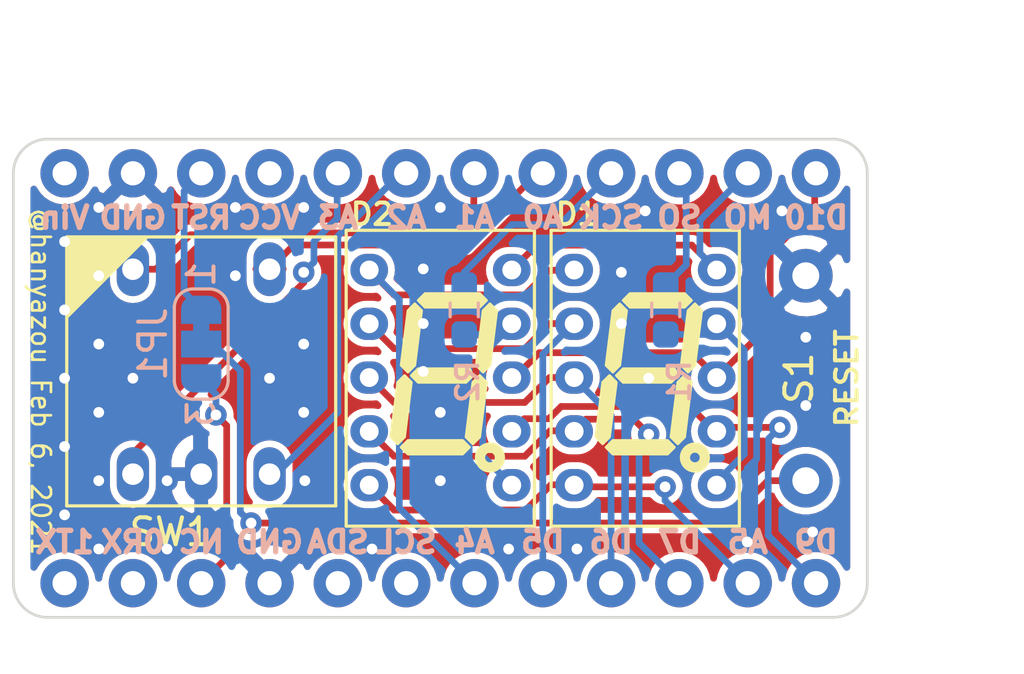
<source format=kicad_pcb>
(kicad_pcb (version 20171130) (host pcbnew "(5.1.8-0-10_14)")

  (general
    (thickness 1.6)
    (drawings 12)
    (tracks 195)
    (zones 0)
    (modules 8)
    (nets 27)
  )

  (page A4)
  (layers
    (0 F.Cu signal)
    (31 B.Cu signal)
    (32 B.Adhes user)
    (33 F.Adhes user)
    (34 B.Paste user)
    (35 F.Paste user)
    (36 B.SilkS user)
    (37 F.SilkS user)
    (38 B.Mask user)
    (39 F.Mask user)
    (40 Dwgs.User user)
    (41 Cmts.User user)
    (42 Eco1.User user)
    (43 Eco2.User user)
    (44 Edge.Cuts user)
    (45 Margin user)
    (46 B.CrtYd user)
    (47 F.CrtYd user)
    (48 B.Fab user)
    (49 F.Fab user)
  )

  (setup
    (last_trace_width 0.25)
    (user_trace_width 0.508)
    (trace_clearance 0.2)
    (zone_clearance 0.254)
    (zone_45_only yes)
    (trace_min 0.2)
    (via_size 0.8)
    (via_drill 0.4)
    (via_min_size 0.4)
    (via_min_drill 0.3)
    (uvia_size 0.3)
    (uvia_drill 0.1)
    (uvias_allowed no)
    (uvia_min_size 0.2)
    (uvia_min_drill 0.1)
    (edge_width 0.1)
    (segment_width 0.2)
    (pcb_text_width 0.3)
    (pcb_text_size 1.5 1.5)
    (mod_edge_width 0.15)
    (mod_text_size 1 1)
    (mod_text_width 0.15)
    (pad_size 1.2 1.4)
    (pad_drill 0.8)
    (pad_to_mask_clearance 0)
    (aux_axis_origin 0 0)
    (visible_elements FFFFFF7F)
    (pcbplotparams
      (layerselection 0x010fc_ffffffff)
      (usegerberextensions false)
      (usegerberattributes true)
      (usegerberadvancedattributes true)
      (creategerberjobfile true)
      (excludeedgelayer true)
      (linewidth 0.100000)
      (plotframeref false)
      (viasonmask false)
      (mode 1)
      (useauxorigin false)
      (hpglpennumber 1)
      (hpglpenspeed 20)
      (hpglpendiameter 15.000000)
      (psnegative false)
      (psa4output false)
      (plotreference true)
      (plotvalue true)
      (plotinvisibletext false)
      (padsonsilk false)
      (subtractmaskfromsilk false)
      (outputformat 1)
      (mirror false)
      (drillshape 0)
      (scaleselection 1)
      (outputdirectory "usb-pidvid-fixture/"))
  )

  (net 0 "")
  (net 1 D11)
  (net 2 D4)
  (net 3 "Net-(D1-Pad6)")
  (net 4 D5)
  (net 5 D10)
  (net 6 D6)
  (net 7 D9)
  (net 8 D7)
  (net 9 D8)
  (net 10 "Net-(D2-Pad6)")
  (net 11 "Net-(J1-Pad1)")
  (net 12 "Net-(J1-Pad2)")
  (net 13 RESET2)
  (net 14 GND)
  (net 15 "Net-(J1-Pad5)")
  (net 16 "Net-(J1-Pad6)")
  (net 17 D12)
  (net 18 D13)
  (net 19 D14)
  (net 20 D15)
  (net 21 D16)
  (net 22 D18)
  (net 23 VCC)
  (net 24 RESET)
  (net 25 "Net-(J1-Pad24)")
  (net 26 "Net-(JP1-Pad2)")

  (net_class Default "This is the default net class."
    (clearance 0.2)
    (trace_width 0.25)
    (via_dia 0.8)
    (via_drill 0.4)
    (uvia_dia 0.3)
    (uvia_drill 0.1)
    (add_net D10)
    (add_net D11)
    (add_net D12)
    (add_net D13)
    (add_net D14)
    (add_net D15)
    (add_net D16)
    (add_net D18)
    (add_net D4)
    (add_net D5)
    (add_net D6)
    (add_net D7)
    (add_net D8)
    (add_net D9)
    (add_net GND)
    (add_net "Net-(D1-Pad6)")
    (add_net "Net-(D2-Pad6)")
    (add_net "Net-(J1-Pad1)")
    (add_net "Net-(J1-Pad2)")
    (add_net "Net-(J1-Pad24)")
    (add_net "Net-(J1-Pad5)")
    (add_net "Net-(J1-Pad6)")
    (add_net "Net-(JP1-Pad2)")
    (add_net RESET)
    (add_net RESET2)
    (add_net VCC)
  )

  (module library:7seg_LED-NAR131S (layer F.Cu) (tedit 601DF3E4) (tstamp 601E7999)
    (at 135.89 78.74)
    (path /601F065D)
    (fp_text reference D1 (at -2.54 -6.096) (layer F.SilkS)
      (effects (font (size 0.8 0.8) (thickness 0.15)))
    )
    (fp_text value 7seg-LED-NAR131S-B (at -0.06 6.123) (layer F.Fab)
      (effects (font (size 1 1) (thickness 0.15)))
    )
    (fp_line (start -3.5 5.5) (end -3.5 -5.5) (layer F.SilkS) (width 0.12))
    (fp_line (start 3.5 5.5) (end -3.5 5.5) (layer F.SilkS) (width 0.12))
    (fp_line (start 3.5 -5.5) (end 3.5 5.5) (layer F.SilkS) (width 0.12))
    (fp_line (start -3.5 -5.5) (end 3.5 -5.5) (layer F.SilkS) (width 0.12))
    (fp_circle (center 1.845 2.948) (end 2.024605 2.948) (layer F.SilkS) (width 0.381))
    (fp_poly (pts (xy 1.083 2.567) (xy 0.829 2.821) (xy -1.203 2.821) (xy -1.457 2.567)
      (xy -1.203 2.313) (xy 0.829 2.313)) (layer F.SilkS) (width 0.1))
    (fp_poly (pts (xy -1.584 2.44) (xy -1.838 2.186) (xy -1.584 0.154) (xy -1.33 -0.1)
      (xy -1.076 0.154) (xy -1.33 2.186)) (layer F.SilkS) (width 0.1))
    (fp_poly (pts (xy 1.21 2.44) (xy 0.956 2.186) (xy 1.21 0.154) (xy 1.464 -0.1)
      (xy 1.718 0.154) (xy 1.464 2.186)) (layer F.SilkS) (width 0.1))
    (fp_poly (pts (xy 1.21 -0.1) (xy 0.956 0.154) (xy -0.822 0.154) (xy -1.076 -0.1)
      (xy -0.822 -0.354) (xy 1.083 -0.354)) (layer F.SilkS) (width 0.1))
    (fp_poly (pts (xy 1.591 -0.227) (xy 1.337 -0.481) (xy 1.591 -2.513) (xy 1.845 -2.767)
      (xy 2.099 -2.513) (xy 1.845 -0.481)) (layer F.SilkS) (width 0.1))
    (fp_poly (pts (xy -1.203 -0.227) (xy -1.457 -0.481) (xy -1.203 -2.513) (xy -0.949 -2.767)
      (xy -0.695 -2.513) (xy -0.949 -0.481)) (layer F.SilkS) (width 0.1))
    (fp_poly (pts (xy 1.718 -2.894) (xy 1.464 -2.64) (xy -0.568 -2.64) (xy -0.822 -2.894)
      (xy -0.568 -3.148) (xy 1.464 -3.148)) (layer F.SilkS) (width 0.1))
    (fp_line (start -3.5 -5.5) (end 3.5 -5.5) (layer F.CrtYd) (width 0.05))
    (fp_line (start -3.5 5.5) (end -3.5 -5.5) (layer F.CrtYd) (width 0.05))
    (fp_line (start 3.5 5.5) (end -3.5 5.5) (layer F.CrtYd) (width 0.05))
    (fp_line (start 3.5 -5.5) (end 3.5 5.5) (layer F.CrtYd) (width 0.05))
    (pad 5 thru_hole oval (at -2.64396 3.9762 270) (size 1.2 1.4) (drill 0.7) (layers *.Cu *.Mask)
      (net 9 D8))
    (pad 6 thru_hole oval (at 2.65604 3.9762 270) (size 1.2 1.4) (drill 0.7) (layers *.Cu *.Mask)
      (net 3 "Net-(D1-Pad6)"))
    (pad 4 thru_hole oval (at -2.64396 1.9762 270) (size 1.2 1.4) (drill 0.7) (layers *.Cu *.Mask)
      (net 8 D7))
    (pad 7 thru_hole oval (at 2.65604 1.9762 270) (size 1.2 1.4) (drill 0.7) (layers *.Cu *.Mask)
      (net 7 D9))
    (pad 3 thru_hole oval (at -2.64396 -0.0238 270) (size 1.2 1.4) (drill 0.7) (layers *.Cu *.Mask)
      (net 6 D6))
    (pad 8 thru_hole oval (at 2.65604 -0.0238 270) (size 1.2 1.4) (drill 0.7) (layers *.Cu *.Mask)
      (net 5 D10))
    (pad 2 thru_hole oval (at -2.64396 -2.0238 270) (size 1.2 1.4) (drill 0.7) (layers *.Cu *.Mask)
      (net 4 D5))
    (pad 9 thru_hole oval (at 2.65604 -2.0238 270) (size 1.2 1.4) (drill 0.7) (layers *.Cu *.Mask)
      (net 3 "Net-(D1-Pad6)"))
    (pad 1 thru_hole oval (at -2.64396 -4.0238 270) (size 1.2 1.4) (drill 0.7) (layers *.Cu *.Mask)
      (net 2 D4))
    (pad 10 thru_hole oval (at 2.65604 -4.0238 270) (size 1.2 1.4) (drill 0.7) (layers *.Cu *.Mask)
      (net 1 D11))
  )

  (module library:7seg_LED-NAR131S (layer F.Cu) (tedit 601DF3E4) (tstamp 601E79B7)
    (at 128.27 78.74)
    (path /6020CBFF)
    (fp_text reference D2 (at -2.54 -6.096) (layer F.SilkS)
      (effects (font (size 0.8 0.8) (thickness 0.15)))
    )
    (fp_text value 7seg-LED-NAR131S-B (at -0.06 6.123) (layer F.Fab)
      (effects (font (size 1 1) (thickness 0.15)))
    )
    (fp_line (start -3.5 5.5) (end -3.5 -5.5) (layer F.SilkS) (width 0.12))
    (fp_line (start 3.5 5.5) (end -3.5 5.5) (layer F.SilkS) (width 0.12))
    (fp_line (start 3.5 -5.5) (end 3.5 5.5) (layer F.SilkS) (width 0.12))
    (fp_line (start -3.5 -5.5) (end 3.5 -5.5) (layer F.SilkS) (width 0.12))
    (fp_circle (center 1.845 2.948) (end 2.024605 2.948) (layer F.SilkS) (width 0.381))
    (fp_poly (pts (xy 1.083 2.567) (xy 0.829 2.821) (xy -1.203 2.821) (xy -1.457 2.567)
      (xy -1.203 2.313) (xy 0.829 2.313)) (layer F.SilkS) (width 0.1))
    (fp_poly (pts (xy -1.584 2.44) (xy -1.838 2.186) (xy -1.584 0.154) (xy -1.33 -0.1)
      (xy -1.076 0.154) (xy -1.33 2.186)) (layer F.SilkS) (width 0.1))
    (fp_poly (pts (xy 1.21 2.44) (xy 0.956 2.186) (xy 1.21 0.154) (xy 1.464 -0.1)
      (xy 1.718 0.154) (xy 1.464 2.186)) (layer F.SilkS) (width 0.1))
    (fp_poly (pts (xy 1.21 -0.1) (xy 0.956 0.154) (xy -0.822 0.154) (xy -1.076 -0.1)
      (xy -0.822 -0.354) (xy 1.083 -0.354)) (layer F.SilkS) (width 0.1))
    (fp_poly (pts (xy 1.591 -0.227) (xy 1.337 -0.481) (xy 1.591 -2.513) (xy 1.845 -2.767)
      (xy 2.099 -2.513) (xy 1.845 -0.481)) (layer F.SilkS) (width 0.1))
    (fp_poly (pts (xy -1.203 -0.227) (xy -1.457 -0.481) (xy -1.203 -2.513) (xy -0.949 -2.767)
      (xy -0.695 -2.513) (xy -0.949 -0.481)) (layer F.SilkS) (width 0.1))
    (fp_poly (pts (xy 1.718 -2.894) (xy 1.464 -2.64) (xy -0.568 -2.64) (xy -0.822 -2.894)
      (xy -0.568 -3.148) (xy 1.464 -3.148)) (layer F.SilkS) (width 0.1))
    (fp_line (start -3.5 -5.5) (end 3.5 -5.5) (layer F.CrtYd) (width 0.05))
    (fp_line (start -3.5 5.5) (end -3.5 -5.5) (layer F.CrtYd) (width 0.05))
    (fp_line (start 3.5 5.5) (end -3.5 5.5) (layer F.CrtYd) (width 0.05))
    (fp_line (start 3.5 -5.5) (end 3.5 5.5) (layer F.CrtYd) (width 0.05))
    (pad 5 thru_hole oval (at -2.64396 3.9762 270) (size 1.2 1.4) (drill 0.7) (layers *.Cu *.Mask)
      (net 9 D8))
    (pad 6 thru_hole oval (at 2.65604 3.9762 270) (size 1.2 1.4) (drill 0.7) (layers *.Cu *.Mask)
      (net 10 "Net-(D2-Pad6)"))
    (pad 4 thru_hole oval (at -2.64396 1.9762 270) (size 1.2 1.4) (drill 0.7) (layers *.Cu *.Mask)
      (net 8 D7))
    (pad 7 thru_hole oval (at 2.65604 1.9762 270) (size 1.2 1.4) (drill 0.7) (layers *.Cu *.Mask)
      (net 7 D9))
    (pad 3 thru_hole oval (at -2.64396 -0.0238 270) (size 1.2 1.4) (drill 0.7) (layers *.Cu *.Mask)
      (net 6 D6))
    (pad 8 thru_hole oval (at 2.65604 -0.0238 270) (size 1.2 1.4) (drill 0.7) (layers *.Cu *.Mask)
      (net 5 D10))
    (pad 2 thru_hole oval (at -2.64396 -2.0238 270) (size 1.2 1.4) (drill 0.7) (layers *.Cu *.Mask)
      (net 4 D5))
    (pad 9 thru_hole oval (at 2.65604 -2.0238 270) (size 1.2 1.4) (drill 0.7) (layers *.Cu *.Mask)
      (net 10 "Net-(D2-Pad6)"))
    (pad 1 thru_hole oval (at -2.64396 -4.0238 270) (size 1.2 1.4) (drill 0.7) (layers *.Cu *.Mask)
      (net 2 D4))
    (pad 10 thru_hole oval (at 2.65604 -4.0238 270) (size 1.2 1.4) (drill 0.7) (layers *.Cu *.Mask)
      (net 1 D11))
  )

  (module library:Arduino_pro_micro_0.9mm (layer F.Cu) (tedit 5C398BF9) (tstamp 601E79EB)
    (at 127 76.2)
    (path /601F20E1)
    (fp_text reference J1 (at 3.175 -10.0457) (layer F.SilkS) hide
      (effects (font (size 1 1) (thickness 0.15)))
    )
    (fp_text value Arduino_pro_micro_conn (at 0 12.7) (layer F.Fab)
      (effects (font (size 1 1) (thickness 0.15)))
    )
    (fp_text user D9 (at 15.24 8.636) (layer B.SilkS)
      (effects (font (size 0.8 0.8) (thickness 0.2)) (justify mirror))
    )
    (fp_text user A5 (at 12.7 8.636) (layer B.SilkS)
      (effects (font (size 0.8 0.8) (thickness 0.2)) (justify mirror))
    )
    (fp_text user D7 (at 10.16 8.636) (layer B.SilkS)
      (effects (font (size 0.8 0.8) (thickness 0.2)) (justify mirror))
    )
    (fp_text user D6 (at 7.62 8.636) (layer B.SilkS)
      (effects (font (size 0.8 0.8) (thickness 0.2)) (justify mirror))
    )
    (fp_text user D5 (at 5.08 8.636) (layer B.SilkS)
      (effects (font (size 0.8 0.8) (thickness 0.2)) (justify mirror))
    )
    (fp_text user A4 (at 2.54 8.636) (layer B.SilkS)
      (effects (font (size 0.8 0.8) (thickness 0.2)) (justify mirror))
    )
    (fp_text user SCL (at 0 8.636) (layer B.SilkS)
      (effects (font (size 0.8 0.8) (thickness 0.2)) (justify mirror))
    )
    (fp_text user SDA (at -2.54 8.636) (layer B.SilkS)
      (effects (font (size 0.8 0.8) (thickness 0.2)) (justify mirror))
    )
    (fp_text user GND (at -5.08 8.636) (layer B.SilkS)
      (effects (font (size 0.8 0.8) (thickness 0.2)) (justify mirror))
    )
    (fp_text user NC (at -7.62 8.636) (layer B.SilkS)
      (effects (font (size 0.8 0.8) (thickness 0.2)) (justify mirror))
    )
    (fp_text user 0RX (at -10.16 8.636) (layer B.SilkS)
      (effects (font (size 0.8 0.8) (thickness 0.2)) (justify mirror))
    )
    (fp_text user 1TX (at -12.7 8.636) (layer B.SilkS)
      (effects (font (size 0.8 0.8) (thickness 0.2)) (justify mirror))
    )
    (fp_text user D10 (at 15.24 -3.429) (layer B.SilkS)
      (effects (font (size 0.8 0.8) (thickness 0.2)) (justify mirror))
    )
    (fp_text user MO (at 12.7 -3.429) (layer B.SilkS)
      (effects (font (size 0.8 0.8) (thickness 0.2)) (justify mirror))
    )
    (fp_text user SO (at 10.16 -3.429) (layer B.SilkS)
      (effects (font (size 0.8 0.8) (thickness 0.2)) (justify mirror))
    )
    (fp_text user SCK (at 7.62 -3.429) (layer B.SilkS)
      (effects (font (size 0.8 0.8) (thickness 0.2)) (justify mirror))
    )
    (fp_text user A0 (at 5.08 -3.429) (layer B.SilkS)
      (effects (font (size 0.8 0.8) (thickness 0.2)) (justify mirror))
    )
    (fp_text user A1 (at 2.54 -3.429) (layer B.SilkS)
      (effects (font (size 0.8 0.8) (thickness 0.2)) (justify mirror))
    )
    (fp_text user A2 (at 0 -3.429) (layer B.SilkS)
      (effects (font (size 0.8 0.8) (thickness 0.2)) (justify mirror))
    )
    (fp_text user A3 (at -2.54 -3.429) (layer B.SilkS)
      (effects (font (size 0.8 0.8) (thickness 0.2)) (justify mirror))
    )
    (fp_text user VCC (at -5.08 -3.429) (layer B.SilkS)
      (effects (font (size 0.8 0.8) (thickness 0.2)) (justify mirror))
    )
    (fp_text user RST (at -7.62 -3.429) (layer B.SilkS)
      (effects (font (size 0.8 0.8) (thickness 0.2)) (justify mirror))
    )
    (fp_text user GND (at -10.16 -3.429) (layer B.SilkS)
      (effects (font (size 0.8 0.8) (thickness 0.2)) (justify mirror))
    )
    (fp_text user Vin (at -12.7 -3.429) (layer B.SilkS)
      (effects (font (size 0.8 0.8) (thickness 0.2)) (justify mirror))
    )
    (pad 1 thru_hole circle (at -12.7 10.16) (size 1.8 1.8) (drill 0.9) (layers *.Cu *.Mask)
      (net 11 "Net-(J1-Pad1)"))
    (pad 2 thru_hole circle (at -10.16 10.16) (size 1.8 1.8) (drill 0.9) (layers *.Cu *.Mask)
      (net 12 "Net-(J1-Pad2)"))
    (pad 3 thru_hole circle (at -7.62 10.16) (size 1.8 1.8) (drill 0.9) (layers *.Cu *.Mask)
      (net 13 RESET2))
    (pad 4 thru_hole circle (at -5.08 10.16) (size 1.8 1.8) (drill 0.9) (layers *.Cu *.Mask)
      (net 14 GND))
    (pad 5 thru_hole circle (at -2.54 10.16) (size 1.8 1.8) (drill 0.9) (layers *.Cu *.Mask)
      (net 15 "Net-(J1-Pad5)"))
    (pad 6 thru_hole circle (at 0 10.16) (size 1.8 1.8) (drill 0.9) (layers *.Cu *.Mask)
      (net 16 "Net-(J1-Pad6)"))
    (pad 7 thru_hole circle (at 2.54 10.16) (size 1.8 1.8) (drill 0.9) (layers *.Cu *.Mask)
      (net 2 D4))
    (pad 8 thru_hole circle (at 5.08 10.16) (size 1.8 1.8) (drill 0.9) (layers *.Cu *.Mask)
      (net 4 D5))
    (pad 9 thru_hole circle (at 7.62 10.16) (size 1.8 1.8) (drill 0.9) (layers *.Cu *.Mask)
      (net 6 D6))
    (pad 10 thru_hole circle (at 10.16 10.16) (size 1.8 1.8) (drill 0.9) (layers *.Cu *.Mask)
      (net 8 D7))
    (pad 11 thru_hole circle (at 12.7 10.16) (size 1.8 1.8) (drill 0.9) (layers *.Cu *.Mask)
      (net 9 D8))
    (pad 12 thru_hole circle (at 15.24 10.16) (size 1.8 1.8) (drill 0.9) (layers *.Cu *.Mask)
      (net 7 D9))
    (pad 13 thru_hole circle (at 15.24 -5.08) (size 1.8 1.8) (drill 0.9) (layers *.Cu *.Mask)
      (net 5 D10))
    (pad 14 thru_hole circle (at 12.7 -5.08) (size 1.8 1.8) (drill 0.9) (layers *.Cu *.Mask)
      (net 1 D11))
    (pad 15 thru_hole circle (at 10.16 -5.08) (size 1.8 1.8) (drill 0.9) (layers *.Cu *.Mask)
      (net 17 D12))
    (pad 16 thru_hole circle (at 7.62 -5.08) (size 1.8 1.8) (drill 0.9) (layers *.Cu *.Mask)
      (net 18 D13))
    (pad 17 thru_hole circle (at 5.08 -5.08) (size 1.8 1.8) (drill 0.9) (layers *.Cu *.Mask)
      (net 19 D14))
    (pad 18 thru_hole circle (at 2.54 -5.08) (size 1.8 1.8) (drill 0.9) (layers *.Cu *.Mask)
      (net 20 D15))
    (pad 19 thru_hole circle (at 0 -5.08) (size 1.8 1.8) (drill 0.9) (layers *.Cu *.Mask)
      (net 21 D16))
    (pad 20 thru_hole circle (at -2.54 -5.08) (size 1.8 1.8) (drill 0.9) (layers *.Cu *.Mask)
      (net 22 D18))
    (pad 21 thru_hole circle (at -5.08 -5.08) (size 1.8 1.8) (drill 0.9) (layers *.Cu *.Mask)
      (net 23 VCC))
    (pad 22 thru_hole circle (at -7.62 -5.08) (size 1.8 1.8) (drill 0.9) (layers *.Cu *.Mask)
      (net 24 RESET))
    (pad 23 thru_hole circle (at -10.16 -5.08) (size 1.8 1.8) (drill 0.9) (layers *.Cu *.Mask)
      (net 14 GND))
    (pad 24 thru_hole circle (at -12.7 -5.08) (size 1.8 1.8) (drill 0.9) (layers *.Cu *.Mask)
      (net 25 "Net-(J1-Pad24)"))
  )

  (module Jumper:SolderJumper-3_P1.3mm_Bridged12_RoundedPad1.0x1.5mm_NumberLabels (layer B.Cu) (tedit 5C745336) (tstamp 601E7A01)
    (at 119.38 77.47 270)
    (descr "SMD Solder 3-pad Jumper, 1x1.5mm rounded Pads, 0.3mm gap, pads 1-2 bridged with 1 copper strip, labeled with numbers")
    (tags "solder jumper open")
    (path /601F6A86)
    (attr virtual)
    (fp_text reference JP1 (at 0 1.8 270) (layer B.SilkS)
      (effects (font (size 1 1) (thickness 0.15)) (justify mirror))
    )
    (fp_text value Jumper_3_Bridged12 (at 0 -1.9 270) (layer B.Fab)
      (effects (font (size 1 1) (thickness 0.15)) (justify mirror))
    )
    (fp_poly (pts (xy -0.9 0.3) (xy -0.4 0.3) (xy -0.4 -0.3) (xy -0.9 -0.3)) (layer B.Cu) (width 0))
    (fp_line (start 2.3 -1.25) (end -2.3 -1.25) (layer B.CrtYd) (width 0.05))
    (fp_line (start 2.3 -1.25) (end 2.3 1.25) (layer B.CrtYd) (width 0.05))
    (fp_line (start -2.3 1.25) (end -2.3 -1.25) (layer B.CrtYd) (width 0.05))
    (fp_line (start -2.3 1.25) (end 2.3 1.25) (layer B.CrtYd) (width 0.05))
    (fp_line (start -1.4 1) (end 1.4 1) (layer B.SilkS) (width 0.12))
    (fp_line (start 2.05 0.3) (end 2.05 -0.3) (layer B.SilkS) (width 0.12))
    (fp_line (start 1.4 -1) (end -1.4 -1) (layer B.SilkS) (width 0.12))
    (fp_line (start -2.05 -0.3) (end -2.05 0.3) (layer B.SilkS) (width 0.12))
    (fp_text user 3 (at 2.6 0 270) (layer B.SilkS)
      (effects (font (size 1 1) (thickness 0.15)) (justify mirror))
    )
    (fp_text user 1 (at -2.6 0 270) (layer B.SilkS)
      (effects (font (size 1 1) (thickness 0.15)) (justify mirror))
    )
    (fp_arc (start 1.35 0.3) (end 2.05 0.3) (angle 90) (layer B.SilkS) (width 0.12))
    (fp_arc (start 1.35 -0.3) (end 1.35 -1) (angle 90) (layer B.SilkS) (width 0.12))
    (fp_arc (start -1.35 -0.3) (end -2.05 -0.3) (angle 90) (layer B.SilkS) (width 0.12))
    (fp_arc (start -1.35 0.3) (end -1.35 1) (angle 90) (layer B.SilkS) (width 0.12))
    (pad 3 smd custom (at 1.3 0 270) (size 1 0.5) (layers B.Cu B.Mask)
      (net 13 RESET2) (zone_connect 2)
      (options (clearance outline) (anchor rect))
      (primitives
        (gr_circle (center 0 -0.25) (end 0.5 -0.25) (width 0))
        (gr_circle (center 0 0.25) (end 0.5 0.25) (width 0))
        (gr_poly (pts
           (xy -0.55 0.75) (xy 0 0.75) (xy 0 -0.75) (xy -0.55 -0.75)) (width 0))
      ))
    (pad 2 smd rect (at 0 0 270) (size 1 1.5) (layers B.Cu B.Mask)
      (net 26 "Net-(JP1-Pad2)"))
    (pad 1 smd custom (at -1.3 0 270) (size 1 0.5) (layers B.Cu B.Mask)
      (net 24 RESET) (zone_connect 2)
      (options (clearance outline) (anchor rect))
      (primitives
        (gr_poly (pts
           (xy 0.55 0.75) (xy 0 0.75) (xy 0 -0.75) (xy 0.55 -0.75)) (width 0))
        (gr_circle (center 0 -0.25) (end 0.5 -0.25) (width 0))
        (gr_circle (center 0 0.25) (end 0.5 0.25) (width 0))
      ))
  )

  (module Resistor_SMD:R_0603_1608Metric_Pad0.98x0.95mm_HandSolder (layer B.Cu) (tedit 5F68FEEE) (tstamp 601E7A12)
    (at 136.652 76.2 90)
    (descr "Resistor SMD 0603 (1608 Metric), square (rectangular) end terminal, IPC_7351 nominal with elongated pad for handsoldering. (Body size source: IPC-SM-782 page 72, https://www.pcb-3d.com/wordpress/wp-content/uploads/ipc-sm-782a_amendment_1_and_2.pdf), generated with kicad-footprint-generator")
    (tags "resistor handsolder")
    (path /601F1811)
    (attr smd)
    (fp_text reference R1 (at -2.667 0.508 90) (layer B.SilkS)
      (effects (font (size 0.8 0.8) (thickness 0.15)) (justify mirror))
    )
    (fp_text value R1K (at 0 -1.43 90) (layer B.Fab)
      (effects (font (size 1 1) (thickness 0.15)) (justify mirror))
    )
    (fp_line (start 1.65 -0.73) (end -1.65 -0.73) (layer B.CrtYd) (width 0.05))
    (fp_line (start 1.65 0.73) (end 1.65 -0.73) (layer B.CrtYd) (width 0.05))
    (fp_line (start -1.65 0.73) (end 1.65 0.73) (layer B.CrtYd) (width 0.05))
    (fp_line (start -1.65 -0.73) (end -1.65 0.73) (layer B.CrtYd) (width 0.05))
    (fp_line (start -0.254724 -0.5225) (end 0.254724 -0.5225) (layer B.SilkS) (width 0.12))
    (fp_line (start -0.254724 0.5225) (end 0.254724 0.5225) (layer B.SilkS) (width 0.12))
    (fp_line (start 0.8 -0.4125) (end -0.8 -0.4125) (layer B.Fab) (width 0.1))
    (fp_line (start 0.8 0.4125) (end 0.8 -0.4125) (layer B.Fab) (width 0.1))
    (fp_line (start -0.8 0.4125) (end 0.8 0.4125) (layer B.Fab) (width 0.1))
    (fp_line (start -0.8 -0.4125) (end -0.8 0.4125) (layer B.Fab) (width 0.1))
    (fp_text user %R (at 0 0 90) (layer B.Fab)
      (effects (font (size 0.4 0.4) (thickness 0.06)) (justify mirror))
    )
    (pad 1 smd roundrect (at -0.9125 0 90) (size 0.975 0.95) (layers B.Cu B.Paste B.Mask) (roundrect_rratio 0.25)
      (net 3 "Net-(D1-Pad6)"))
    (pad 2 smd roundrect (at 0.9125 0 90) (size 0.975 0.95) (layers B.Cu B.Paste B.Mask) (roundrect_rratio 0.25)
      (net 17 D12))
    (model ${KISYS3DMOD}/Resistor_SMD.3dshapes/R_0603_1608Metric.wrl
      (at (xyz 0 0 0))
      (scale (xyz 1 1 1))
      (rotate (xyz 0 0 0))
    )
  )

  (module Resistor_SMD:R_0603_1608Metric_Pad0.98x0.95mm_HandSolder (layer B.Cu) (tedit 5F68FEEE) (tstamp 601E9D46)
    (at 129.159 76.2 90)
    (descr "Resistor SMD 0603 (1608 Metric), square (rectangular) end terminal, IPC_7351 nominal with elongated pad for handsoldering. (Body size source: IPC-SM-782 page 72, https://www.pcb-3d.com/wordpress/wp-content/uploads/ipc-sm-782a_amendment_1_and_2.pdf), generated with kicad-footprint-generator")
    (tags "resistor handsolder")
    (path /6020CC25)
    (attr smd)
    (fp_text reference R2 (at -2.667 0.127 90) (layer B.SilkS)
      (effects (font (size 0.8 0.8) (thickness 0.15)) (justify mirror))
    )
    (fp_text value R1K (at 0 -1.43 90) (layer B.Fab)
      (effects (font (size 1 1) (thickness 0.15)) (justify mirror))
    )
    (fp_text user %R (at 0 0 90) (layer B.Fab)
      (effects (font (size 0.4 0.4) (thickness 0.06)) (justify mirror))
    )
    (fp_line (start -0.8 -0.4125) (end -0.8 0.4125) (layer B.Fab) (width 0.1))
    (fp_line (start -0.8 0.4125) (end 0.8 0.4125) (layer B.Fab) (width 0.1))
    (fp_line (start 0.8 0.4125) (end 0.8 -0.4125) (layer B.Fab) (width 0.1))
    (fp_line (start 0.8 -0.4125) (end -0.8 -0.4125) (layer B.Fab) (width 0.1))
    (fp_line (start -0.254724 0.5225) (end 0.254724 0.5225) (layer B.SilkS) (width 0.12))
    (fp_line (start -0.254724 -0.5225) (end 0.254724 -0.5225) (layer B.SilkS) (width 0.12))
    (fp_line (start -1.65 -0.73) (end -1.65 0.73) (layer B.CrtYd) (width 0.05))
    (fp_line (start -1.65 0.73) (end 1.65 0.73) (layer B.CrtYd) (width 0.05))
    (fp_line (start 1.65 0.73) (end 1.65 -0.73) (layer B.CrtYd) (width 0.05))
    (fp_line (start 1.65 -0.73) (end -1.65 -0.73) (layer B.CrtYd) (width 0.05))
    (pad 2 smd roundrect (at 0.9125 0 90) (size 0.975 0.95) (layers B.Cu B.Paste B.Mask) (roundrect_rratio 0.25)
      (net 18 D13))
    (pad 1 smd roundrect (at -0.9125 0 90) (size 0.975 0.95) (layers B.Cu B.Paste B.Mask) (roundrect_rratio 0.25)
      (net 10 "Net-(D2-Pad6)"))
    (model ${KISYS3DMOD}/Resistor_SMD.3dshapes/R_0603_1608Metric.wrl
      (at (xyz 0 0 0))
      (scale (xyz 1 1 1))
      (rotate (xyz 0 0 0))
    )
  )

  (module "library:push switch" (layer F.Cu) (tedit 5C39FE64) (tstamp 601E89DD)
    (at 141.859 78.74 90)
    (path /601F36F3)
    (fp_text reference S1 (at 0 -0.254 90) (layer F.SilkS)
      (effects (font (size 1 1) (thickness 0.15)))
    )
    (fp_text value tactile_switch (at 0 -2.54 90) (layer F.Fab)
      (effects (font (size 1 1) (thickness 0.15)))
    )
    (pad 1 thru_hole circle (at -3.81 0 90) (size 2 2) (drill 1) (layers *.Cu *.Mask)
      (net 26 "Net-(JP1-Pad2)"))
    (pad 2 thru_hole circle (at 3.81 0 90) (size 2 2) (drill 1) (layers *.Cu *.Mask)
      (net 14 GND))
  )

  (module library:SW_coded_42J12 (layer F.Cu) (tedit 601DED1A) (tstamp 601E7A3B)
    (at 119.38 78.486)
    (path /601F0E97)
    (fp_text reference SW1 (at -1.143 5.969 180) (layer F.SilkS)
      (effects (font (size 1 1) (thickness 0.15)))
    )
    (fp_text value SW_Coded_42J12ZB (at 0 0 180) (layer F.Fab)
      (effects (font (size 1 1) (thickness 0.15)))
    )
    (fp_poly (pts (xy -5 -2) (xy -5 -5) (xy -2 -5)) (layer F.SilkS) (width 0.1))
    (fp_line (start -5 5) (end -5 -5) (layer F.SilkS) (width 0.12))
    (fp_line (start 5 5) (end -5 5) (layer F.SilkS) (width 0.12))
    (fp_line (start 5 -5) (end 5 5) (layer F.SilkS) (width 0.12))
    (fp_line (start -5 -5) (end 5 -5) (layer F.SilkS) (width 0.12))
    (fp_line (start 5 -5) (end 5 5) (layer F.CrtYd) (width 0.05))
    (fp_line (start -5 -5) (end 5 -5) (layer F.CrtYd) (width 0.05))
    (fp_line (start -5 5) (end -5 -5) (layer F.CrtYd) (width 0.05))
    (fp_line (start 5 5) (end -5 5) (layer F.CrtYd) (width 0.05))
    (pad 4 thru_hole oval (at 2.54 3.8211 180) (size 1.2 2) (drill 0.8) (layers *.Cu *.Mask)
      (net 21 D16))
    (pad 1 thru_hole oval (at 2.54 -3.7989 180) (size 1.2 2) (drill 0.8) (layers *.Cu *.Mask)
      (net 19 D14))
    (pad C thru_hole oval (at 0 3.8211 180) (size 1.2 2) (drill 0.8) (layers *.Cu *.Mask)
      (net 14 GND))
    (pad 8 thru_hole oval (at -2.54 3.8211 180) (size 1.2 2) (drill 0.8) (layers *.Cu *.Mask)
      (net 22 D18))
    (pad 2 thru_hole oval (at -2.54 -3.7989 180) (size 1.2 2) (drill 0.8) (layers *.Cu *.Mask)
      (net 20 D15))
  )

  (dimension 17.78 (width 0.15) (layer Dwgs.User)
    (gr_text "17.780 mm" (at 148.62 78.74 270) (layer Dwgs.User)
      (effects (font (size 1 1) (thickness 0.15)))
    )
    (feature1 (pts (xy 144.145 87.63) (xy 147.906421 87.63)))
    (feature2 (pts (xy 144.145 69.85) (xy 147.906421 69.85)))
    (crossbar (pts (xy 147.32 69.85) (xy 147.32 87.63)))
    (arrow1a (pts (xy 147.32 87.63) (xy 146.733579 86.503496)))
    (arrow1b (pts (xy 147.32 87.63) (xy 147.906421 86.503496)))
    (arrow2a (pts (xy 147.32 69.85) (xy 146.733579 70.976504)))
    (arrow2b (pts (xy 147.32 69.85) (xy 147.906421 70.976504)))
  )
  (dimension 31.75 (width 0.15) (layer Dwgs.User)
    (gr_text "31.750 mm" (at 128.27 65.375) (layer Dwgs.User)
      (effects (font (size 1 1) (thickness 0.15)))
    )
    (feature1 (pts (xy 144.145 69.85) (xy 144.145 66.088579)))
    (feature2 (pts (xy 112.395 69.85) (xy 112.395 66.088579)))
    (crossbar (pts (xy 112.395 66.675) (xy 144.145 66.675)))
    (arrow1a (pts (xy 144.145 66.675) (xy 143.018496 67.261421)))
    (arrow1b (pts (xy 144.145 66.675) (xy 143.018496 66.088579)))
    (arrow2a (pts (xy 112.395 66.675) (xy 113.521504 67.261421)))
    (arrow2b (pts (xy 112.395 66.675) (xy 113.521504 66.088579)))
  )
  (gr_text "@hanyazou Feb 6, 2021" (at 113.411 78.867 270) (layer F.SilkS)
    (effects (font (size 0.7 0.7) (thickness 0.1016)))
  )
  (gr_text RESET (at 143.383 78.74 90) (layer F.SilkS)
    (effects (font (size 0.8 0.8) (thickness 0.15)))
  )
  (gr_arc (start 113.665 86.36) (end 112.395 86.36) (angle -90) (layer Edge.Cuts) (width 0.1))
  (gr_arc (start 113.665 71.12) (end 113.665 69.85) (angle -90) (layer Edge.Cuts) (width 0.1))
  (gr_arc (start 142.875 71.12) (end 144.145 71.12) (angle -90) (layer Edge.Cuts) (width 0.1))
  (gr_arc (start 142.875 86.36) (end 142.875 87.63) (angle -90) (layer Edge.Cuts) (width 0.1))
  (gr_line (start 113.665 87.63) (end 142.875 87.63) (layer Edge.Cuts) (width 0.1))
  (gr_line (start 112.395 71.12) (end 112.395 86.36) (layer Edge.Cuts) (width 0.1))
  (gr_line (start 142.875 69.85) (end 113.665 69.85) (layer Edge.Cuts) (width 0.1))
  (gr_line (start 144.145 71.12) (end 144.145 86.36) (layer Edge.Cuts) (width 0.1))

  (segment (start 131.85105 73.79119) (end 137.62139 73.79119) (width 0.25) (layer F.Cu) (net 1))
  (segment (start 130.92604 74.7162) (end 131.85105 73.79119) (width 0.25) (layer F.Cu) (net 1))
  (segment (start 137.62139 73.79119) (end 138.5316 74.7014) (width 0.25) (layer F.Cu) (net 1))
  (segment (start 137.922 72.8726) (end 139.6746 71.12) (width 0.25) (layer B.Cu) (net 1))
  (segment (start 137.922 74.09216) (end 137.922 72.8726) (width 0.25) (layer B.Cu) (net 1))
  (segment (start 138.54604 74.7162) (end 137.922 74.09216) (width 0.25) (layer B.Cu) (net 1))
  (segment (start 132.323601 74.7268) (end 133.2738 74.7268) (width 0.25) (layer F.Cu) (net 2))
  (segment (start 131.409191 75.64121) (end 132.323601 74.7268) (width 0.25) (layer F.Cu) (net 2))
  (segment (start 126.55105 75.64121) (end 131.409191 75.64121) (width 0.25) (layer F.Cu) (net 2))
  (segment (start 125.62604 74.7162) (end 126.55105 75.64121) (width 0.25) (layer F.Cu) (net 2))
  (segment (start 126.746 83.566) (end 126.746 75.819) (width 0.25) (layer B.Cu) (net 2))
  (segment (start 126.746 75.819) (end 125.603 74.676) (width 0.25) (layer B.Cu) (net 2))
  (segment (start 129.54 86.36) (end 126.746 83.566) (width 0.25) (layer B.Cu) (net 2))
  (segment (start 139.57105 77.69665) (end 138.557 76.6826) (width 0.25) (layer B.Cu) (net 3))
  (segment (start 138.54604 82.7162) (end 138.54604 82.58874) (width 0.25) (layer B.Cu) (net 3))
  (segment (start 139.57105 81.56373) (end 139.57105 77.69665) (width 0.25) (layer B.Cu) (net 3))
  (segment (start 138.54604 82.58874) (end 139.57105 81.56373) (width 0.25) (layer B.Cu) (net 3))
  (segment (start 136.652 77.1125) (end 138.1525 77.1125) (width 0.25) (layer B.Cu) (net 3))
  (segment (start 138.1525 77.1125) (end 138.557 76.708) (width 0.25) (layer B.Cu) (net 3))
  (segment (start 131.409191 77.64121) (end 132.342401 76.708) (width 0.25) (layer F.Cu) (net 4))
  (segment (start 132.342401 76.708) (end 133.2484 76.708) (width 0.25) (layer F.Cu) (net 4))
  (segment (start 126.55105 77.64121) (end 131.409191 77.64121) (width 0.25) (layer F.Cu) (net 4))
  (segment (start 125.62604 76.7162) (end 126.55105 77.64121) (width 0.25) (layer F.Cu) (net 4))
  (segment (start 132.08 86.36) (end 132.08 77.851) (width 0.25) (layer B.Cu) (net 4))
  (segment (start 132.08 77.851) (end 133.223 76.708) (width 0.25) (layer B.Cu) (net 4))
  (segment (start 131.95105 77.79119) (end 137.63359 77.79119) (width 0.25) (layer F.Cu) (net 5))
  (segment (start 131.02604 78.7162) (end 131.95105 77.79119) (width 0.25) (layer F.Cu) (net 5))
  (segment (start 130.92604 78.7162) (end 131.02604 78.7162) (width 0.25) (layer F.Cu) (net 5))
  (segment (start 137.63359 77.79119) (end 138.557 78.7146) (width 0.25) (layer F.Cu) (net 5))
  (segment (start 142.1892 72.4408) (end 142.1892 71.1454) (width 0.25) (layer F.Cu) (net 5))
  (segment (start 140.533999 74.096001) (end 142.1892 72.4408) (width 0.25) (layer F.Cu) (net 5))
  (segment (start 140.533999 76.728241) (end 140.533999 74.096001) (width 0.25) (layer F.Cu) (net 5))
  (segment (start 138.54604 78.7162) (end 140.533999 76.728241) (width 0.25) (layer F.Cu) (net 5))
  (segment (start 134.62 86.36) (end 134.62 80.1116) (width 0.25) (layer B.Cu) (net 6))
  (segment (start 134.62 80.1116) (end 133.2484 78.74) (width 0.25) (layer B.Cu) (net 6))
  (segment (start 131.409191 79.64121) (end 132.335801 78.7146) (width 0.25) (layer F.Cu) (net 6))
  (segment (start 128.974212 79.64121) (end 131.409191 79.64121) (width 0.25) (layer F.Cu) (net 6))
  (segment (start 128.618001 79.284999) (end 128.974212 79.64121) (width 0.25) (layer F.Cu) (net 6))
  (segment (start 127.921999 79.284999) (end 128.618001 79.284999) (width 0.25) (layer F.Cu) (net 6))
  (segment (start 127.565788 79.64121) (end 127.921999 79.284999) (width 0.25) (layer F.Cu) (net 6))
  (segment (start 132.335801 78.7146) (end 133.223 78.7146) (width 0.25) (layer F.Cu) (net 6))
  (segment (start 126.55105 79.64121) (end 127.565788 79.64121) (width 0.25) (layer F.Cu) (net 6))
  (segment (start 125.62604 78.7162) (end 126.55105 79.64121) (width 0.25) (layer F.Cu) (net 6))
  (segment (start 132.762889 79.79119) (end 137.55079 79.79119) (width 0.25) (layer F.Cu) (net 7))
  (segment (start 132.308288 80.245791) (end 132.762889 79.79119) (width 0.25) (layer F.Cu) (net 7))
  (segment (start 131.396449 80.245791) (end 132.308288 80.245791) (width 0.25) (layer F.Cu) (net 7))
  (segment (start 130.92604 80.7162) (end 131.396449 80.245791) (width 0.25) (layer F.Cu) (net 7))
  (segment (start 137.55079 79.79119) (end 138.5316 80.772) (width 0.25) (layer F.Cu) (net 7))
  (via (at 140.8938 80.5688) (size 0.8) (drill 0.4) (layers F.Cu B.Cu) (net 7))
  (segment (start 140.462 84.582) (end 140.462 81.945602) (width 0.25) (layer B.Cu) (net 7))
  (segment (start 142.24 86.36) (end 140.462 84.582) (width 0.25) (layer B.Cu) (net 7))
  (segment (start 140.8938 80.5688) (end 138.684 80.5688) (width 0.25) (layer F.Cu) (net 7))
  (segment (start 138.684 80.5688) (end 138.5316 80.7212) (width 0.25) (layer F.Cu) (net 7))
  (segment (start 140.48021 81.927391) (end 140.48021 80.98239) (width 0.25) (layer B.Cu) (net 7))
  (segment (start 140.48021 80.98239) (end 140.8938 80.5688) (width 0.25) (layer B.Cu) (net 7))
  (segment (start 140.462 81.945602) (end 140.48021 81.927391) (width 0.25) (layer B.Cu) (net 7))
  (segment (start 133.1976 80.6958) (end 133.223 80.6704) (width 0.25) (layer F.Cu) (net 8))
  (segment (start 132.354601 80.6958) (end 133.1976 80.6958) (width 0.25) (layer F.Cu) (net 8))
  (segment (start 131.409191 81.64121) (end 132.354601 80.6958) (width 0.25) (layer F.Cu) (net 8))
  (segment (start 126.55105 81.64121) (end 131.409191 81.64121) (width 0.25) (layer F.Cu) (net 8))
  (segment (start 125.62604 80.7162) (end 126.55105 81.64121) (width 0.25) (layer F.Cu) (net 8))
  (via (at 136.017 80.8228) (size 0.8) (drill 0.4) (layers F.Cu B.Cu) (net 8))
  (segment (start 135.6614 81.1784) (end 136.017 80.8228) (width 0.25) (layer B.Cu) (net 8))
  (segment (start 135.6614 84.8614) (end 135.6614 81.1784) (width 0.25) (layer B.Cu) (net 8))
  (segment (start 137.16 86.36) (end 135.6614 84.8614) (width 0.25) (layer B.Cu) (net 8))
  (segment (start 133.6802 80.264) (end 133.1976 80.7466) (width 0.25) (layer F.Cu) (net 8))
  (segment (start 135.4582 80.264) (end 133.6802 80.264) (width 0.25) (layer F.Cu) (net 8))
  (segment (start 136.017 80.8228) (end 135.4582 80.264) (width 0.25) (layer F.Cu) (net 8))
  (segment (start 126.55105 83.64121) (end 131.44599 83.64121) (width 0.25) (layer F.Cu) (net 9))
  (segment (start 125.62604 82.7162) (end 126.55105 83.64121) (width 0.25) (layer F.Cu) (net 9))
  (segment (start 131.44599 83.64121) (end 132.3086 82.7786) (width 0.25) (layer F.Cu) (net 9))
  (segment (start 132.3086 82.7786) (end 132.3848 82.7024) (width 0.25) (layer F.Cu) (net 9))
  (segment (start 132.3848 82.7024) (end 133.2484 82.7024) (width 0.25) (layer F.Cu) (net 9))
  (via (at 136.6266 82.7786) (size 0.8) (drill 0.4) (layers F.Cu B.Cu) (net 9))
  (segment (start 136.6266 83.2866) (end 136.6266 82.7786) (width 0.25) (layer B.Cu) (net 9))
  (segment (start 139.7 86.36) (end 136.6266 83.2866) (width 0.25) (layer B.Cu) (net 9))
  (segment (start 136.6266 82.7786) (end 133.3754 82.7786) (width 0.25) (layer F.Cu) (net 9))
  (segment (start 133.3754 82.7786) (end 133.2992 82.7024) (width 0.25) (layer F.Cu) (net 9))
  (segment (start 129.8448 77.851) (end 130.9116 76.7842) (width 0.25) (layer B.Cu) (net 10))
  (segment (start 129.8448 81.63496) (end 129.8448 77.851) (width 0.25) (layer B.Cu) (net 10))
  (segment (start 130.92604 82.7162) (end 129.8448 81.63496) (width 0.25) (layer B.Cu) (net 10))
  (segment (start 129.159 77.1125) (end 130.5325 77.1125) (width 0.25) (layer B.Cu) (net 10))
  (segment (start 130.5325 77.1125) (end 130.937 76.708) (width 0.25) (layer B.Cu) (net 10))
  (segment (start 120.327209 80.505964) (end 119.92721 80.105965) (width 0.25) (layer F.Cu) (net 13))
  (segment (start 120.327209 85.412791) (end 120.327209 80.505964) (width 0.25) (layer F.Cu) (net 13))
  (segment (start 119.92721 79.33801) (end 119.92721 80.105965) (width 0.25) (layer B.Cu) (net 13))
  (via (at 119.92721 80.105965) (size 0.8) (drill 0.4) (layers F.Cu B.Cu) (net 13))
  (segment (start 119.38 86.36) (end 120.327209 85.412791) (width 0.25) (layer F.Cu) (net 13))
  (segment (start 119.38 78.7908) (end 119.92721 79.33801) (width 0.25) (layer B.Cu) (net 13))
  (via (at 139.68264 84.827958) (size 0.8) (drill 0.4) (layers F.Cu B.Cu) (net 14))
  (segment (start 141.7574 74.9554) (end 140.0302 76.6826) (width 0.25) (layer B.Cu) (net 14))
  (segment (start 123.452042 84.827958) (end 139.68264 84.827958) (width 0.25) (layer F.Cu) (net 14))
  (segment (start 140.0302 81.740991) (end 139.68264 82.088551) (width 0.25) (layer B.Cu) (net 14))
  (segment (start 139.68264 82.088551) (end 139.68264 84.827958) (width 0.25) (layer B.Cu) (net 14))
  (segment (start 140.0302 76.6826) (end 140.0302 81.740991) (width 0.25) (layer B.Cu) (net 14))
  (segment (start 121.92 86.36) (end 123.452042 84.827958) (width 0.25) (layer F.Cu) (net 14))
  (via (at 123.19 80.01) (size 0.8) (drill 0.4) (layers F.Cu B.Cu) (net 14) (tstamp 601EA518) (status 40000))
  (via (at 123.19 77.47) (size 0.8) (drill 0.4) (layers F.Cu B.Cu) (net 14) (tstamp 601EA5CC))
  (via (at 123.232205 82.55) (size 0.8) (drill 0.4) (layers F.Cu B.Cu) (net 14))
  (segment (start 123.19 82.507795) (end 123.232205 82.55) (width 0.25) (layer F.Cu) (net 14))
  (segment (start 123.19 80.01) (end 123.19 82.507795) (width 0.25) (layer F.Cu) (net 14))
  (via (at 121.92 78.74) (size 0.8) (drill 0.4) (layers F.Cu B.Cu) (net 14) (tstamp 601EA655) (status 40000))
  (via (at 120.65 74.93) (size 0.8) (drill 0.4) (layers F.Cu B.Cu) (net 14) (tstamp 601EA657) (status 40000))
  (via (at 115.57 80.01) (size 0.8) (drill 0.4) (layers F.Cu B.Cu) (net 14) (tstamp 601EA665) (status 40000))
  (via (at 114.3 78.74) (size 0.8) (drill 0.4) (layers F.Cu B.Cu) (net 14) (tstamp 601EA66B) (status 40000))
  (via (at 115.57 77.47) (size 0.8) (drill 0.4) (layers F.Cu B.Cu) (net 14) (tstamp 601EA66D) (status 40000))
  (via (at 114.3 76.2) (size 0.8) (drill 0.4) (layers F.Cu B.Cu) (net 14) (tstamp 601EA66F) (status 40000))
  (via (at 115.57 74.93) (size 0.8) (drill 0.4) (layers F.Cu B.Cu) (net 14) (tstamp 601EA675) (status 40000))
  (via (at 114.3 73.66) (size 0.8) (drill 0.4) (layers F.Cu B.Cu) (net 14) (tstamp 601EA677) (status 40000))
  (via (at 114.3 81.28) (size 0.8) (drill 0.4) (layers F.Cu B.Cu) (net 14) (tstamp 601EA684) (status 40000))
  (via (at 115.57 82.55) (size 0.8) (drill 0.4) (layers F.Cu B.Cu) (net 14) (tstamp 601EA686) (status 40000))
  (via (at 114.3 83.82) (size 0.8) (drill 0.4) (layers F.Cu B.Cu) (net 14) (tstamp 601EA688) (status 40000))
  (via (at 115.57 85.09) (size 0.8) (drill 0.4) (layers F.Cu B.Cu) (net 14) (tstamp 601EA69D) (status 40000))
  (via (at 118.11 85.09) (size 0.8) (drill 0.4) (layers F.Cu B.Cu) (net 14) (tstamp 601EA69F) (status 40000))
  (via (at 118.11 82.55) (size 0.8) (drill 0.4) (layers F.Cu B.Cu) (net 14) (tstamp 601EA6A1) (status 40000))
  (via (at 116.84 78.74) (size 0.8) (drill 0.4) (layers F.Cu B.Cu) (net 14) (tstamp 601EA6A6) (status 40000))
  (via (at 115.57 72.39) (size 0.8) (drill 0.4) (layers F.Cu B.Cu) (net 14) (tstamp 601EA6A8) (status 40000))
  (via (at 128.27 82.55) (size 0.8) (drill 0.4) (layers F.Cu B.Cu) (net 14) (tstamp 601EA6AB))
  (via (at 128.27 80.01) (size 0.8) (drill 0.4) (layers F.Cu B.Cu) (net 14) (tstamp 601EA6AD))
  (via (at 130.81 85.09) (size 0.8) (drill 0.4) (layers F.Cu B.Cu) (net 14) (tstamp 601EA6C1))
  (segment (start 130.81 85.09) (end 128.27 82.55) (width 0.25) (layer B.Cu) (net 14))
  (via (at 125.73 85.09) (size 0.8) (drill 0.4) (layers F.Cu B.Cu) (net 14) (tstamp 601EA714))
  (via (at 127.635 76.708) (size 0.8) (drill 0.4) (layers F.Cu B.Cu) (net 14) (tstamp 601EAB65))
  (via (at 127.635 78.486) (size 0.8) (drill 0.4) (layers F.Cu B.Cu) (net 14) (tstamp 601EAB67))
  (via (at 127.635 74.676) (size 0.8) (drill 0.4) (layers F.Cu B.Cu) (net 14) (tstamp 601EAB69))
  (segment (start 119.2022 83.165802) (end 121.92 85.883602) (width 0.25) (layer B.Cu) (net 14))
  (segment (start 118.83801 79.59501) (end 119.2022 79.9592) (width 0.25) (layer B.Cu) (net 14))
  (segment (start 118.294989 72.574989) (end 118.294989 75.7214) (width 0.25) (layer B.Cu) (net 14))
  (segment (start 119.2022 79.9592) (end 119.2022 83.165802) (width 0.25) (layer B.Cu) (net 14))
  (segment (start 116.84 71.12) (end 118.294989 72.574989) (width 0.25) (layer B.Cu) (net 14))
  (segment (start 118.294989 75.7214) (end 118.30499 75.731401) (width 0.25) (layer B.Cu) (net 14))
  (segment (start 118.791672 79.59501) (end 118.83801 79.59501) (width 0.25) (layer B.Cu) (net 14))
  (segment (start 118.30499 75.731401) (end 118.30499 79.108328) (width 0.25) (layer B.Cu) (net 14))
  (segment (start 121.92 85.883602) (end 121.92 86.4108) (width 0.25) (layer B.Cu) (net 14))
  (segment (start 118.30499 79.108328) (end 118.791672 79.59501) (width 0.25) (layer B.Cu) (net 14))
  (via (at 136.017 78.74) (size 0.8) (drill 0.4) (layers F.Cu B.Cu) (net 14) (tstamp 601EAC72))
  (via (at 135.001 76.708) (size 0.8) (drill 0.4) (layers F.Cu B.Cu) (net 14) (tstamp 601EACB9))
  (via (at 135.001 74.803) (size 0.8) (drill 0.4) (layers F.Cu B.Cu) (net 14) (tstamp 601EACBB))
  (via (at 141.859 79.756) (size 0.8) (drill 0.4) (layers F.Cu B.Cu) (net 14) (tstamp 601EACBF))
  (via (at 141.859 77.216) (size 0.8) (drill 0.4) (layers F.Cu B.Cu) (net 14) (tstamp 601EACC1))
  (via (at 133.35 85.09) (size 0.8) (drill 0.4) (layers F.Cu B.Cu) (net 14) (tstamp 601EACCC))
  (via (at 128.27 72.39) (size 0.8) (drill 0.4) (layers F.Cu B.Cu) (net 14) (tstamp 601EACF5))
  (via (at 135.89 72.517) (size 0.8) (drill 0.4) (layers F.Cu B.Cu) (net 14) (tstamp 601EACFC))
  (via (at 120.65 72.39) (size 0.8) (drill 0.4) (layers F.Cu B.Cu) (net 14) (tstamp 601EAD01) (status 40000))
  (via (at 123.19 72.39) (size 0.8) (drill 0.4) (layers F.Cu B.Cu) (net 14) (tstamp 601EAD03) (status 40000))
  (via (at 140.97 72.517) (size 0.8) (drill 0.4) (layers F.Cu B.Cu) (net 14) (tstamp 601EAD17))
  (via (at 142.113 84.455) (size 0.8) (drill 0.4) (layers F.Cu B.Cu) (net 14) (tstamp 601EAD1F))
  (segment (start 137.414 74.5255) (end 137.414 71.374) (width 0.25) (layer B.Cu) (net 17))
  (segment (start 137.414 71.374) (end 137.16 71.12) (width 0.25) (layer B.Cu) (net 17))
  (segment (start 136.652 75.2875) (end 137.414 74.5255) (width 0.25) (layer B.Cu) (net 17))
  (segment (start 129.159 74.8) (end 130.934 73.025) (width 0.25) (layer B.Cu) (net 18))
  (segment (start 129.159 75.2875) (end 129.159 74.8) (width 0.25) (layer B.Cu) (net 18))
  (segment (start 130.934 73.025) (end 132.715 73.025) (width 0.25) (layer B.Cu) (net 18))
  (segment (start 132.715 73.025) (end 134.62 71.12) (width 0.25) (layer B.Cu) (net 18))
  (segment (start 121.412 74.676) (end 122.428 74.676) (width 0.25) (layer F.Cu) (net 19))
  (segment (start 131.7498 71.247) (end 132.1054 71.247) (width 0.25) (layer F.Cu) (net 19))
  (segment (start 129.2098 73.787) (end 131.7498 71.247) (width 0.25) (layer F.Cu) (net 19))
  (segment (start 122.8201 73.787) (end 129.2098 73.787) (width 0.25) (layer F.Cu) (net 19))
  (segment (start 121.92 74.6871) (end 122.8201 73.787) (width 0.25) (layer F.Cu) (net 19))
  (segment (start 128.59301 73.33699) (end 129.5146 72.4154) (width 0.25) (layer F.Cu) (net 20))
  (segment (start 129.5146 72.4154) (end 129.5146 71.1962) (width 0.25) (layer F.Cu) (net 20))
  (segment (start 122.6337 73.33699) (end 128.59301 73.33699) (width 0.25) (layer F.Cu) (net 20))
  (segment (start 122.56469 73.406) (end 122.6337 73.33699) (width 0.25) (layer F.Cu) (net 20))
  (segment (start 122.303151 73.36209) (end 122.347061 73.406) (width 0.25) (layer F.Cu) (net 20))
  (segment (start 117.69 74.6871) (end 118.9711 73.406) (width 0.25) (layer F.Cu) (net 20))
  (segment (start 121.536849 73.36209) (end 122.303151 73.36209) (width 0.25) (layer F.Cu) (net 20))
  (segment (start 122.347061 73.406) (end 122.56469 73.406) (width 0.25) (layer F.Cu) (net 20))
  (segment (start 121.492939 73.406) (end 121.536849 73.36209) (width 0.25) (layer F.Cu) (net 20))
  (segment (start 118.9711 73.406) (end 121.492939 73.406) (width 0.25) (layer F.Cu) (net 20))
  (segment (start 116.84 74.6871) (end 117.69 74.6871) (width 0.25) (layer F.Cu) (net 20))
  (segment (start 124.46 80.01) (end 124.46 73.4568) (width 0.25) (layer B.Cu) (net 21))
  (segment (start 126.7714 71.1454) (end 126.9746 71.1454) (width 0.25) (layer B.Cu) (net 21))
  (segment (start 122.1629 82.3071) (end 124.46 80.01) (width 0.25) (layer B.Cu) (net 21))
  (segment (start 124.46 73.4568) (end 126.7714 71.1454) (width 0.25) (layer B.Cu) (net 21))
  (segment (start 121.92 82.3071) (end 122.1629 82.3071) (width 0.25) (layer B.Cu) (net 21))
  (via (at 123.19 74.803) (size 0.8) (drill 0.4) (layers F.Cu B.Cu) (net 22))
  (segment (start 116.84 81.534) (end 123.19 75.184) (width 0.25) (layer F.Cu) (net 22))
  (segment (start 123.19 75.184) (end 123.19 74.803) (width 0.25) (layer F.Cu) (net 22))
  (segment (start 116.84 82.3071) (end 116.84 81.534) (width 0.25) (layer F.Cu) (net 22))
  (segment (start 123.571 73.66) (end 123.571 74.422) (width 0.25) (layer B.Cu) (net 22))
  (segment (start 123.571 74.422) (end 123.19 74.803) (width 0.25) (layer B.Cu) (net 22))
  (segment (start 124.4346 72.7964) (end 123.571 73.66) (width 0.25) (layer B.Cu) (net 22))
  (segment (start 124.4346 71.1708) (end 124.4346 72.7964) (width 0.25) (layer B.Cu) (net 22))
  (segment (start 119.38 76.17) (end 118.745 75.535) (width 0.25) (layer B.Cu) (net 24))
  (segment (start 118.745 71.7804) (end 119.3546 71.1708) (width 0.25) (layer B.Cu) (net 24))
  (segment (start 118.745 75.535) (end 118.745 71.7804) (width 0.25) (layer B.Cu) (net 24))
  (segment (start 138.869987 84.1248) (end 135.729279 84.1248) (width 0.25) (layer F.Cu) (net 26))
  (via (at 121.2342 84.1248) (size 0.8) (drill 0.4) (layers F.Cu B.Cu) (net 26))
  (segment (start 140.444787 82.55) (end 138.869987 84.1248) (width 0.25) (layer F.Cu) (net 26))
  (segment (start 135.729279 84.1248) (end 121.2342 84.1248) (width 0.25) (layer F.Cu) (net 26))
  (segment (start 141.859 82.55) (end 140.444787 82.55) (width 0.25) (layer F.Cu) (net 26))
  (segment (start 120.834201 78.464565) (end 119.941236 77.5716) (width 0.25) (layer B.Cu) (net 26))
  (segment (start 120.834201 83.724801) (end 120.834201 78.464565) (width 0.25) (layer B.Cu) (net 26))
  (segment (start 121.2342 84.1248) (end 120.834201 83.724801) (width 0.25) (layer B.Cu) (net 26))
  (segment (start 119.941236 77.5716) (end 119.4308 77.5716) (width 0.25) (layer B.Cu) (net 26))

  (zone (net 14) (net_name GND) (layer F.Cu) (tstamp 601EB367) (hatch edge 0.508)
    (connect_pads (clearance 0.254))
    (min_thickness 0.254)
    (fill yes (arc_segments 32) (thermal_gap 0.508) (thermal_bridge_width 0.508) (smoothing fillet) (radius 0.508))
    (polygon
      (pts
        (xy 143.51 70.485) (xy 143.51 86.995) (xy 142.875 87.63) (xy 113.665 87.63) (xy 113.03 86.995)
        (xy 113.03 70.485) (xy 113.665 69.85) (xy 142.875 69.85)
      )
    )
    (filled_polygon
      (pts
        (xy 143.383 74.334238) (xy 143.351795 74.243912) (xy 143.258814 74.069956) (xy 142.994413 73.974192) (xy 142.038605 74.93)
        (xy 142.994413 75.885808) (xy 143.258814 75.790044) (xy 143.383 75.534766) (xy 143.383 85.772033) (xy 143.375207 85.753219)
        (xy 143.235018 85.54341) (xy 143.05659 85.364982) (xy 142.846781 85.224793) (xy 142.613654 85.128228) (xy 142.366167 85.079)
        (xy 142.113833 85.079) (xy 141.866346 85.128228) (xy 141.633219 85.224793) (xy 141.42341 85.364982) (xy 141.244982 85.54341)
        (xy 141.104793 85.753219) (xy 141.008228 85.986346) (xy 140.97 86.178532) (xy 140.931772 85.986346) (xy 140.835207 85.753219)
        (xy 140.695018 85.54341) (xy 140.51659 85.364982) (xy 140.306781 85.224793) (xy 140.073654 85.128228) (xy 139.826167 85.079)
        (xy 139.573833 85.079) (xy 139.326346 85.128228) (xy 139.093219 85.224793) (xy 138.88341 85.364982) (xy 138.704982 85.54341)
        (xy 138.564793 85.753219) (xy 138.468228 85.986346) (xy 138.43 86.178532) (xy 138.391772 85.986346) (xy 138.295207 85.753219)
        (xy 138.155018 85.54341) (xy 137.97659 85.364982) (xy 137.766781 85.224793) (xy 137.533654 85.128228) (xy 137.286167 85.079)
        (xy 137.033833 85.079) (xy 136.786346 85.128228) (xy 136.553219 85.224793) (xy 136.34341 85.364982) (xy 136.164982 85.54341)
        (xy 136.024793 85.753219) (xy 135.928228 85.986346) (xy 135.89 86.178532) (xy 135.851772 85.986346) (xy 135.755207 85.753219)
        (xy 135.615018 85.54341) (xy 135.43659 85.364982) (xy 135.226781 85.224793) (xy 134.993654 85.128228) (xy 134.746167 85.079)
        (xy 134.493833 85.079) (xy 134.246346 85.128228) (xy 134.013219 85.224793) (xy 133.80341 85.364982) (xy 133.624982 85.54341)
        (xy 133.484793 85.753219) (xy 133.388228 85.986346) (xy 133.35 86.178532) (xy 133.311772 85.986346) (xy 133.215207 85.753219)
        (xy 133.075018 85.54341) (xy 132.89659 85.364982) (xy 132.686781 85.224793) (xy 132.453654 85.128228) (xy 132.206167 85.079)
        (xy 131.953833 85.079) (xy 131.706346 85.128228) (xy 131.473219 85.224793) (xy 131.26341 85.364982) (xy 131.084982 85.54341)
        (xy 130.944793 85.753219) (xy 130.848228 85.986346) (xy 130.81 86.178532) (xy 130.771772 85.986346) (xy 130.675207 85.753219)
        (xy 130.535018 85.54341) (xy 130.35659 85.364982) (xy 130.146781 85.224793) (xy 129.913654 85.128228) (xy 129.666167 85.079)
        (xy 129.413833 85.079) (xy 129.166346 85.128228) (xy 128.933219 85.224793) (xy 128.72341 85.364982) (xy 128.544982 85.54341)
        (xy 128.404793 85.753219) (xy 128.308228 85.986346) (xy 128.27 86.178532) (xy 128.231772 85.986346) (xy 128.135207 85.753219)
        (xy 127.995018 85.54341) (xy 127.81659 85.364982) (xy 127.606781 85.224793) (xy 127.373654 85.128228) (xy 127.126167 85.079)
        (xy 126.873833 85.079) (xy 126.626346 85.128228) (xy 126.393219 85.224793) (xy 126.18341 85.364982) (xy 126.004982 85.54341)
        (xy 125.864793 85.753219) (xy 125.768228 85.986346) (xy 125.73 86.178532) (xy 125.691772 85.986346) (xy 125.595207 85.753219)
        (xy 125.455018 85.54341) (xy 125.27659 85.364982) (xy 125.066781 85.224793) (xy 124.833654 85.128228) (xy 124.586167 85.079)
        (xy 124.333833 85.079) (xy 124.086346 85.128228) (xy 123.853219 85.224793) (xy 123.64341 85.364982) (xy 123.464982 85.54341)
        (xy 123.330709 85.744364) (xy 123.318222 85.708801) (xy 123.238261 85.559208) (xy 122.98408 85.475525) (xy 122.099605 86.36)
        (xy 122.113748 86.374143) (xy 121.934143 86.553748) (xy 121.92 86.539605) (xy 121.905858 86.553748) (xy 121.726253 86.374143)
        (xy 121.740395 86.36) (xy 121.726253 86.345858) (xy 121.905858 86.166253) (xy 121.92 86.180395) (xy 122.804475 85.29592)
        (xy 122.720792 85.041739) (xy 122.448225 84.910842) (xy 122.155358 84.835635) (xy 121.853447 84.819009) (xy 121.554093 84.861603)
        (xy 121.268801 84.961778) (xy 121.119208 85.041739) (xy 121.035526 85.295918) (xy 120.919578 85.17997) (xy 120.833209 85.266339)
        (xy 120.833209 84.796167) (xy 120.864258 84.816913) (xy 121.006391 84.875787) (xy 121.157278 84.9058) (xy 121.311122 84.9058)
        (xy 121.462009 84.875787) (xy 121.604142 84.816913) (xy 121.732059 84.731442) (xy 121.832701 84.6308) (xy 138.845141 84.6308)
        (xy 138.869987 84.633247) (xy 138.894833 84.6308) (xy 138.894841 84.6308) (xy 138.96918 84.623478) (xy 139.064562 84.594545)
        (xy 139.152466 84.547559) (xy 139.229514 84.484327) (xy 139.245363 84.465015) (xy 140.597407 83.112972) (xy 140.635174 83.204149)
        (xy 140.786307 83.430336) (xy 140.978664 83.622693) (xy 141.204851 83.773826) (xy 141.456177 83.877929) (xy 141.722983 83.931)
        (xy 141.995017 83.931) (xy 142.261823 83.877929) (xy 142.513149 83.773826) (xy 142.739336 83.622693) (xy 142.931693 83.430336)
        (xy 143.082826 83.204149) (xy 143.186929 82.952823) (xy 143.24 82.686017) (xy 143.24 82.413983) (xy 143.186929 82.147177)
        (xy 143.082826 81.895851) (xy 142.931693 81.669664) (xy 142.739336 81.477307) (xy 142.513149 81.326174) (xy 142.261823 81.222071)
        (xy 141.995017 81.169) (xy 141.722983 81.169) (xy 141.456177 81.222071) (xy 141.204851 81.326174) (xy 140.978664 81.477307)
        (xy 140.786307 81.669664) (xy 140.635174 81.895851) (xy 140.573808 82.044) (xy 140.469641 82.044) (xy 140.444787 82.041552)
        (xy 140.419933 82.044) (xy 140.345594 82.051322) (xy 140.250212 82.080255) (xy 140.162308 82.127241) (xy 140.08526 82.190473)
        (xy 140.069415 82.20978) (xy 139.625618 82.653577) (xy 139.612845 82.52389) (xy 139.556751 82.338971) (xy 139.465658 82.168549)
        (xy 139.343068 82.019172) (xy 139.193691 81.896582) (xy 139.023269 81.805489) (xy 138.83835 81.749395) (xy 138.694227 81.7352)
        (xy 138.397853 81.7352) (xy 138.25373 81.749395) (xy 138.068811 81.805489) (xy 137.898389 81.896582) (xy 137.749012 82.019172)
        (xy 137.626422 82.168549) (xy 137.535329 82.338971) (xy 137.479235 82.52389) (xy 137.460294 82.7162) (xy 137.479235 82.90851)
        (xy 137.535329 83.093429) (xy 137.626422 83.263851) (xy 137.749012 83.413228) (xy 137.898389 83.535818) (xy 138.053636 83.6188)
        (xy 133.738444 83.6188) (xy 133.893691 83.535818) (xy 134.043068 83.413228) (xy 134.14863 83.2846) (xy 136.028099 83.2846)
        (xy 136.128741 83.385242) (xy 136.256658 83.470713) (xy 136.398791 83.529587) (xy 136.549678 83.5596) (xy 136.703522 83.5596)
        (xy 136.854409 83.529587) (xy 136.996542 83.470713) (xy 137.124459 83.385242) (xy 137.233242 83.276459) (xy 137.318713 83.148542)
        (xy 137.377587 83.006409) (xy 137.4076 82.855522) (xy 137.4076 82.701678) (xy 137.377587 82.550791) (xy 137.318713 82.408658)
        (xy 137.233242 82.280741) (xy 137.124459 82.171958) (xy 136.996542 82.086487) (xy 136.854409 82.027613) (xy 136.703522 81.9976)
        (xy 136.549678 81.9976) (xy 136.398791 82.027613) (xy 136.256658 82.086487) (xy 136.128741 82.171958) (xy 136.028099 82.2726)
        (xy 134.221275 82.2726) (xy 134.165658 82.168549) (xy 134.043068 82.019172) (xy 133.893691 81.896582) (xy 133.723269 81.805489)
        (xy 133.53835 81.749395) (xy 133.394227 81.7352) (xy 133.097853 81.7352) (xy 132.95373 81.749395) (xy 132.768811 81.805489)
        (xy 132.598389 81.896582) (xy 132.449012 82.019172) (xy 132.326422 82.168549) (xy 132.308845 82.201433) (xy 132.285607 82.203722)
        (xy 132.190225 82.232655) (xy 132.102321 82.279641) (xy 132.025273 82.342873) (xy 132.009424 82.362185) (xy 131.968384 82.403225)
        (xy 131.968378 82.40323) (xy 131.959068 82.41254) (xy 131.936751 82.338971) (xy 131.845658 82.168549) (xy 131.7324 82.030543)
        (xy 131.768718 82.000737) (xy 131.784567 81.981425) (xy 132.405628 81.360364) (xy 132.449012 81.413228) (xy 132.598389 81.535818)
        (xy 132.768811 81.626911) (xy 132.95373 81.683005) (xy 133.097853 81.6972) (xy 133.394227 81.6972) (xy 133.53835 81.683005)
        (xy 133.723269 81.626911) (xy 133.893691 81.535818) (xy 134.043068 81.413228) (xy 134.165658 81.263851) (xy 134.256751 81.093429)
        (xy 134.312845 80.90851) (xy 134.326487 80.77) (xy 135.236 80.77) (xy 135.236 80.899722) (xy 135.266013 81.050609)
        (xy 135.324887 81.192742) (xy 135.410358 81.320659) (xy 135.519141 81.429442) (xy 135.647058 81.514913) (xy 135.789191 81.573787)
        (xy 135.940078 81.6038) (xy 136.093922 81.6038) (xy 136.244809 81.573787) (xy 136.386942 81.514913) (xy 136.514859 81.429442)
        (xy 136.623642 81.320659) (xy 136.709113 81.192742) (xy 136.767987 81.050609) (xy 136.798 80.899722) (xy 136.798 80.745878)
        (xy 136.767987 80.594991) (xy 136.709113 80.452858) (xy 136.623642 80.324941) (xy 136.595891 80.29719) (xy 137.341199 80.29719)
        (xy 137.499871 80.455862) (xy 137.479235 80.52389) (xy 137.460294 80.7162) (xy 137.479235 80.90851) (xy 137.535329 81.093429)
        (xy 137.626422 81.263851) (xy 137.749012 81.413228) (xy 137.898389 81.535818) (xy 138.068811 81.626911) (xy 138.25373 81.683005)
        (xy 138.397853 81.6972) (xy 138.694227 81.6972) (xy 138.83835 81.683005) (xy 139.023269 81.626911) (xy 139.193691 81.535818)
        (xy 139.343068 81.413228) (xy 139.465658 81.263851) (xy 139.556751 81.093429) (xy 139.562402 81.0748) (xy 140.295299 81.0748)
        (xy 140.395941 81.175442) (xy 140.523858 81.260913) (xy 140.665991 81.319787) (xy 140.816878 81.3498) (xy 140.970722 81.3498)
        (xy 141.121609 81.319787) (xy 141.263742 81.260913) (xy 141.391659 81.175442) (xy 141.500442 81.066659) (xy 141.585913 80.938742)
        (xy 141.644787 80.796609) (xy 141.6748 80.645722) (xy 141.6748 80.491878) (xy 141.644787 80.340991) (xy 141.585913 80.198858)
        (xy 141.500442 80.070941) (xy 141.391659 79.962158) (xy 141.263742 79.876687) (xy 141.121609 79.817813) (xy 140.970722 79.7878)
        (xy 140.816878 79.7878) (xy 140.665991 79.817813) (xy 140.523858 79.876687) (xy 140.395941 79.962158) (xy 140.295299 80.0628)
        (xy 139.378872 80.0628) (xy 139.343068 80.019172) (xy 139.193691 79.896582) (xy 139.023269 79.805489) (xy 138.83835 79.749395)
        (xy 138.694227 79.7352) (xy 138.397853 79.7352) (xy 138.25373 79.749395) (xy 138.231369 79.756178) (xy 138.116598 79.641407)
        (xy 138.25373 79.683005) (xy 138.397853 79.6972) (xy 138.694227 79.6972) (xy 138.83835 79.683005) (xy 139.023269 79.626911)
        (xy 139.193691 79.535818) (xy 139.343068 79.413228) (xy 139.465658 79.263851) (xy 139.556751 79.093429) (xy 139.612845 78.90851)
        (xy 139.631786 78.7162) (xy 139.612845 78.52389) (xy 139.575861 78.40197) (xy 140.874219 77.103613) (xy 140.893526 77.087768)
        (xy 140.956758 77.01072) (xy 141.003744 76.922816) (xy 141.032677 76.827434) (xy 141.039999 76.753095) (xy 141.039999 76.753094)
        (xy 141.042447 76.728241) (xy 141.039999 76.703387) (xy 141.039999 76.34978) (xy 141.288571 76.470704) (xy 141.600108 76.552384)
        (xy 141.921595 76.571718) (xy 142.240675 76.527961) (xy 142.545088 76.422795) (xy 142.719044 76.329814) (xy 142.814808 76.065413)
        (xy 141.859 75.109605) (xy 141.844858 75.123748) (xy 141.665253 74.944143) (xy 141.679395 74.93) (xy 141.665253 74.915858)
        (xy 141.844858 74.736253) (xy 141.859 74.750395) (xy 142.814808 73.794587) (xy 142.719044 73.530186) (xy 142.429429 73.389296)
        (xy 142.117892 73.307616) (xy 142.042509 73.303083) (xy 142.52942 72.816172) (xy 142.548727 72.800327) (xy 142.611959 72.723279)
        (xy 142.658945 72.635375) (xy 142.687878 72.539993) (xy 142.6952 72.465654) (xy 142.6952 72.465653) (xy 142.697648 72.4408)
        (xy 142.6952 72.415946) (xy 142.6952 72.317994) (xy 142.846781 72.255207) (xy 143.05659 72.115018) (xy 143.235018 71.93659)
        (xy 143.375207 71.726781) (xy 143.383 71.707967)
      )
    )
    (filled_polygon
      (pts
        (xy 117.033748 71.105858) (xy 117.019605 71.12) (xy 117.90408 72.004475) (xy 118.158261 71.920792) (xy 118.248656 71.732562)
        (xy 118.384982 71.93659) (xy 118.56341 72.115018) (xy 118.773219 72.255207) (xy 119.006346 72.351772) (xy 119.253833 72.401)
        (xy 119.506167 72.401) (xy 119.753654 72.351772) (xy 119.986781 72.255207) (xy 120.19659 72.115018) (xy 120.375018 71.93659)
        (xy 120.515207 71.726781) (xy 120.611772 71.493654) (xy 120.65 71.301468) (xy 120.688228 71.493654) (xy 120.784793 71.726781)
        (xy 120.924982 71.93659) (xy 121.10341 72.115018) (xy 121.313219 72.255207) (xy 121.546346 72.351772) (xy 121.793833 72.401)
        (xy 122.046167 72.401) (xy 122.293654 72.351772) (xy 122.526781 72.255207) (xy 122.73659 72.115018) (xy 122.915018 71.93659)
        (xy 123.055207 71.726781) (xy 123.151772 71.493654) (xy 123.19 71.301468) (xy 123.228228 71.493654) (xy 123.324793 71.726781)
        (xy 123.464982 71.93659) (xy 123.64341 72.115018) (xy 123.853219 72.255207) (xy 124.086346 72.351772) (xy 124.333833 72.401)
        (xy 124.586167 72.401) (xy 124.833654 72.351772) (xy 125.066781 72.255207) (xy 125.27659 72.115018) (xy 125.455018 71.93659)
        (xy 125.595207 71.726781) (xy 125.691772 71.493654) (xy 125.73 71.301468) (xy 125.768228 71.493654) (xy 125.864793 71.726781)
        (xy 126.004982 71.93659) (xy 126.18341 72.115018) (xy 126.393219 72.255207) (xy 126.626346 72.351772) (xy 126.873833 72.401)
        (xy 127.126167 72.401) (xy 127.373654 72.351772) (xy 127.606781 72.255207) (xy 127.81659 72.115018) (xy 127.995018 71.93659)
        (xy 128.135207 71.726781) (xy 128.231772 71.493654) (xy 128.27 71.301468) (xy 128.308228 71.493654) (xy 128.404793 71.726781)
        (xy 128.544982 71.93659) (xy 128.72341 72.115018) (xy 128.933219 72.255207) (xy 128.951591 72.262817) (xy 128.383419 72.83099)
        (xy 122.658554 72.83099) (xy 122.6337 72.828542) (xy 122.608846 72.83099) (xy 122.534507 72.838312) (xy 122.439125 72.867245)
        (xy 122.430384 72.871917) (xy 122.402344 72.863412) (xy 122.328005 72.85609) (xy 122.327997 72.85609) (xy 122.303151 72.853643)
        (xy 122.278305 72.85609) (xy 121.561694 72.85609) (xy 121.536848 72.853643) (xy 121.512002 72.85609) (xy 121.511995 72.85609)
        (xy 121.437656 72.863412) (xy 121.342274 72.892345) (xy 121.327953 72.9) (xy 118.995946 72.9) (xy 118.9711 72.897553)
        (xy 118.946254 72.9) (xy 118.946246 72.9) (xy 118.871907 72.907322) (xy 118.776525 72.936255) (xy 118.688621 72.983241)
        (xy 118.611573 73.046473) (xy 118.595729 73.065779) (xy 117.750927 73.910582) (xy 117.750711 73.909871) (xy 117.659618 73.739449)
        (xy 117.537028 73.590072) (xy 117.387651 73.467482) (xy 117.217229 73.376389) (xy 117.03231 73.320295) (xy 116.84 73.301354)
        (xy 116.647691 73.320295) (xy 116.462772 73.376389) (xy 116.29235 73.467482) (xy 116.142973 73.590072) (xy 116.020383 73.739449)
        (xy 115.92929 73.909871) (xy 115.873196 74.09479) (xy 115.859 74.238913) (xy 115.859 75.135286) (xy 115.873195 75.279409)
        (xy 115.929289 75.464328) (xy 116.020382 75.634751) (xy 116.142972 75.784128) (xy 116.292349 75.906718) (xy 116.462771 75.997811)
        (xy 116.64769 76.053905) (xy 116.84 76.072846) (xy 117.032309 76.053905) (xy 117.217228 75.997811) (xy 117.387651 75.906718)
        (xy 117.537028 75.784128) (xy 117.659618 75.634751) (xy 117.750711 75.464329) (xy 117.806805 75.27941) (xy 117.816853 75.177388)
        (xy 117.884575 75.156845) (xy 117.972479 75.109859) (xy 118.049527 75.046627) (xy 118.065376 75.027315) (xy 119.180692 73.912)
        (xy 121.008644 73.912) (xy 120.953196 74.09479) (xy 120.939 74.238913) (xy 120.939 74.492156) (xy 120.913322 74.576807)
        (xy 120.903552 74.676) (xy 120.913322 74.775193) (xy 120.939 74.859844) (xy 120.939 75.135286) (xy 120.953195 75.279409)
        (xy 121.009289 75.464328) (xy 121.100382 75.634751) (xy 121.222972 75.784128) (xy 121.372349 75.906718) (xy 121.542771 75.997811)
        (xy 121.633174 76.025234) (xy 116.725808 80.932601) (xy 116.647691 80.940295) (xy 116.462772 80.996389) (xy 116.29235 81.087482)
        (xy 116.142973 81.210072) (xy 116.020383 81.359449) (xy 115.92929 81.529871) (xy 115.873196 81.71479) (xy 115.859 81.858913)
        (xy 115.859 82.755286) (xy 115.873195 82.899409) (xy 115.929289 83.084328) (xy 116.020382 83.254751) (xy 116.142972 83.404128)
        (xy 116.292349 83.526718) (xy 116.462771 83.617811) (xy 116.64769 83.673905) (xy 116.84 83.692846) (xy 117.032309 83.673905)
        (xy 117.217228 83.617811) (xy 117.387651 83.526718) (xy 117.537028 83.404128) (xy 117.659618 83.254751) (xy 117.750711 83.084329)
        (xy 117.806805 82.89941) (xy 117.821 82.755287) (xy 117.821 82.4341) (xy 118.145 82.4341) (xy 118.145 82.8341)
        (xy 118.193507 83.072596) (xy 118.28761 83.297046) (xy 118.423693 83.498825) (xy 118.596526 83.670178) (xy 118.799467 83.804521)
        (xy 119.024718 83.896691) (xy 119.062391 83.900562) (xy 119.253 83.775831) (xy 119.253 82.4341) (xy 118.145 82.4341)
        (xy 117.821 82.4341) (xy 117.821 81.858914) (xy 117.813238 81.7801) (xy 118.145 81.7801) (xy 118.145 82.1801)
        (xy 119.253 82.1801) (xy 119.253 80.838369) (xy 119.062391 80.713638) (xy 119.024718 80.717509) (xy 118.799467 80.809679)
        (xy 118.596526 80.944022) (xy 118.423693 81.115375) (xy 118.28761 81.317154) (xy 118.193507 81.541604) (xy 118.145 81.7801)
        (xy 117.813238 81.7801) (xy 117.806805 81.714791) (xy 117.750711 81.529871) (xy 117.684184 81.405408) (xy 119.16748 79.922112)
        (xy 119.14621 80.029043) (xy 119.14621 80.182887) (xy 119.176223 80.333774) (xy 119.235097 80.475907) (xy 119.320568 80.603824)
        (xy 119.429351 80.712607) (xy 119.557268 80.798078) (xy 119.56419 80.800945) (xy 119.507 80.838369) (xy 119.507 82.1801)
        (xy 119.527 82.1801) (xy 119.527 82.4341) (xy 119.507 82.4341) (xy 119.507 83.775831) (xy 119.697609 83.900562)
        (xy 119.735282 83.896691) (xy 119.821209 83.861531) (xy 119.821209 85.15621) (xy 119.753654 85.128228) (xy 119.506167 85.079)
        (xy 119.253833 85.079) (xy 119.006346 85.128228) (xy 118.773219 85.224793) (xy 118.56341 85.364982) (xy 118.384982 85.54341)
        (xy 118.244793 85.753219) (xy 118.148228 85.986346) (xy 118.11 86.178532) (xy 118.071772 85.986346) (xy 117.975207 85.753219)
        (xy 117.835018 85.54341) (xy 117.65659 85.364982) (xy 117.446781 85.224793) (xy 117.213654 85.128228) (xy 116.966167 85.079)
        (xy 116.713833 85.079) (xy 116.466346 85.128228) (xy 116.233219 85.224793) (xy 116.02341 85.364982) (xy 115.844982 85.54341)
        (xy 115.704793 85.753219) (xy 115.608228 85.986346) (xy 115.57 86.178532) (xy 115.531772 85.986346) (xy 115.435207 85.753219)
        (xy 115.295018 85.54341) (xy 115.11659 85.364982) (xy 114.906781 85.224793) (xy 114.673654 85.128228) (xy 114.426167 85.079)
        (xy 114.173833 85.079) (xy 113.926346 85.128228) (xy 113.693219 85.224793) (xy 113.48341 85.364982) (xy 113.304982 85.54341)
        (xy 113.164793 85.753219) (xy 113.157 85.772033) (xy 113.157 71.707967) (xy 113.164793 71.726781) (xy 113.304982 71.93659)
        (xy 113.48341 72.115018) (xy 113.693219 72.255207) (xy 113.926346 72.351772) (xy 114.173833 72.401) (xy 114.426167 72.401)
        (xy 114.673654 72.351772) (xy 114.906781 72.255207) (xy 115.01323 72.18408) (xy 115.955525 72.18408) (xy 116.039208 72.438261)
        (xy 116.311775 72.569158) (xy 116.604642 72.644365) (xy 116.906553 72.660991) (xy 117.205907 72.618397) (xy 117.491199 72.518222)
        (xy 117.640792 72.438261) (xy 117.724475 72.18408) (xy 116.84 71.299605) (xy 115.955525 72.18408) (xy 115.01323 72.18408)
        (xy 115.11659 72.115018) (xy 115.295018 71.93659) (xy 115.429291 71.735636) (xy 115.441778 71.771199) (xy 115.521739 71.920792)
        (xy 115.77592 72.004475) (xy 116.660395 71.12) (xy 116.646253 71.105858) (xy 116.825858 70.926253) (xy 116.84 70.940395)
        (xy 116.854143 70.926253)
      )
    )
    (filled_polygon
      (pts
        (xy 124.615329 74.338971) (xy 124.559235 74.52389) (xy 124.540294 74.7162) (xy 124.559235 74.90851) (xy 124.615329 75.093429)
        (xy 124.706422 75.263851) (xy 124.829012 75.413228) (xy 124.978389 75.535818) (xy 125.148811 75.626911) (xy 125.33373 75.683005)
        (xy 125.477853 75.6972) (xy 125.774227 75.6972) (xy 125.880938 75.68669) (xy 125.954657 75.760408) (xy 125.91835 75.749395)
        (xy 125.774227 75.7352) (xy 125.477853 75.7352) (xy 125.33373 75.749395) (xy 125.148811 75.805489) (xy 124.978389 75.896582)
        (xy 124.829012 76.019172) (xy 124.706422 76.168549) (xy 124.615329 76.338971) (xy 124.559235 76.52389) (xy 124.540294 76.7162)
        (xy 124.559235 76.90851) (xy 124.615329 77.093429) (xy 124.706422 77.263851) (xy 124.829012 77.413228) (xy 124.978389 77.535818)
        (xy 125.148811 77.626911) (xy 125.33373 77.683005) (xy 125.477853 77.6972) (xy 125.774227 77.6972) (xy 125.880938 77.68669)
        (xy 125.954657 77.760408) (xy 125.91835 77.749395) (xy 125.774227 77.7352) (xy 125.477853 77.7352) (xy 125.33373 77.749395)
        (xy 125.148811 77.805489) (xy 124.978389 77.896582) (xy 124.829012 78.019172) (xy 124.706422 78.168549) (xy 124.615329 78.338971)
        (xy 124.559235 78.52389) (xy 124.540294 78.7162) (xy 124.559235 78.90851) (xy 124.615329 79.093429) (xy 124.706422 79.263851)
        (xy 124.829012 79.413228) (xy 124.978389 79.535818) (xy 125.148811 79.626911) (xy 125.33373 79.683005) (xy 125.477853 79.6972)
        (xy 125.774227 79.6972) (xy 125.880938 79.68669) (xy 125.954657 79.760408) (xy 125.91835 79.749395) (xy 125.774227 79.7352)
        (xy 125.477853 79.7352) (xy 125.33373 79.749395) (xy 125.148811 79.805489) (xy 124.978389 79.896582) (xy 124.829012 80.019172)
        (xy 124.706422 80.168549) (xy 124.615329 80.338971) (xy 124.559235 80.52389) (xy 124.540294 80.7162) (xy 124.559235 80.90851)
        (xy 124.615329 81.093429) (xy 124.706422 81.263851) (xy 124.829012 81.413228) (xy 124.978389 81.535818) (xy 125.148811 81.626911)
        (xy 125.33373 81.683005) (xy 125.477853 81.6972) (xy 125.774227 81.6972) (xy 125.880938 81.68669) (xy 125.954657 81.760408)
        (xy 125.91835 81.749395) (xy 125.774227 81.7352) (xy 125.477853 81.7352) (xy 125.33373 81.749395) (xy 125.148811 81.805489)
        (xy 124.978389 81.896582) (xy 124.829012 82.019172) (xy 124.706422 82.168549) (xy 124.615329 82.338971) (xy 124.559235 82.52389)
        (xy 124.540294 82.7162) (xy 124.559235 82.90851) (xy 124.615329 83.093429) (xy 124.706422 83.263851) (xy 124.829012 83.413228)
        (xy 124.978389 83.535818) (xy 125.133636 83.6188) (xy 122.293968 83.6188) (xy 122.297228 83.617811) (xy 122.467651 83.526718)
        (xy 122.617028 83.404128) (xy 122.739618 83.254751) (xy 122.830711 83.084329) (xy 122.886805 82.89941) (xy 122.901 82.755287)
        (xy 122.901 81.858914) (xy 122.886805 81.714791) (xy 122.830711 81.529871) (xy 122.739618 81.359449) (xy 122.617028 81.210072)
        (xy 122.467651 81.087482) (xy 122.297229 80.996389) (xy 122.11231 80.940295) (xy 121.92 80.921354) (xy 121.727691 80.940295)
        (xy 121.542772 80.996389) (xy 121.37235 81.087482) (xy 121.222973 81.210072) (xy 121.100383 81.359449) (xy 121.00929 81.529871)
        (xy 120.953196 81.71479) (xy 120.939 81.858913) (xy 120.939 82.755286) (xy 120.953195 82.899409) (xy 121.009289 83.084328)
        (xy 121.100382 83.254751) (xy 121.173462 83.3438) (xy 121.157278 83.3438) (xy 121.006391 83.373813) (xy 120.864258 83.432687)
        (xy 120.833209 83.453433) (xy 120.833209 80.530809) (xy 120.835656 80.505963) (xy 120.833209 80.481117) (xy 120.833209 80.48111)
        (xy 120.825887 80.406771) (xy 120.796954 80.311389) (xy 120.749968 80.223485) (xy 120.70821 80.172603) (xy 120.70821 80.029043)
        (xy 120.678197 79.878156) (xy 120.619323 79.736023) (xy 120.533852 79.608106) (xy 120.425069 79.499323) (xy 120.297152 79.413852)
        (xy 120.155019 79.354978) (xy 120.004132 79.324965) (xy 119.850288 79.324965) (xy 119.743357 79.346235) (xy 123.53022 75.559372)
        (xy 123.549527 75.543527) (xy 123.612759 75.466479) (xy 123.618294 75.456124) (xy 123.687859 75.409642) (xy 123.796642 75.300859)
        (xy 123.882113 75.172942) (xy 123.940987 75.030809) (xy 123.971 74.879922) (xy 123.971 74.726078) (xy 123.940987 74.575191)
        (xy 123.882113 74.433058) (xy 123.796642 74.305141) (xy 123.784501 74.293) (xy 124.639901 74.293)
      )
    )
    (filled_polygon
      (pts
        (xy 130.006422 82.168549) (xy 129.915329 82.338971) (xy 129.859235 82.52389) (xy 129.840294 82.7162) (xy 129.859235 82.90851)
        (xy 129.915329 83.093429) (xy 129.937662 83.13521) (xy 126.760642 83.13521) (xy 126.655861 83.03043) (xy 126.692845 82.90851)
        (xy 126.711786 82.7162) (xy 126.692845 82.52389) (xy 126.636751 82.338971) (xy 126.545658 82.168549) (xy 126.528317 82.147419)
        (xy 126.55105 82.149658) (xy 126.575904 82.14721) (xy 130.023934 82.14721)
      )
    )
    (filled_polygon
      (pts
        (xy 128.59884 79.98143) (xy 128.614685 80.000737) (xy 128.691733 80.063969) (xy 128.779637 80.110955) (xy 128.847077 80.131412)
        (xy 128.875018 80.139888) (xy 128.884906 80.140862) (xy 128.949358 80.14721) (xy 128.949365 80.14721) (xy 128.974211 80.149657)
        (xy 128.999057 80.14721) (xy 130.023934 80.14721) (xy 130.006422 80.168549) (xy 129.915329 80.338971) (xy 129.859235 80.52389)
        (xy 129.840294 80.7162) (xy 129.859235 80.90851) (xy 129.915329 81.093429) (xy 129.937662 81.13521) (xy 126.760642 81.13521)
        (xy 126.655861 81.03043) (xy 126.692845 80.90851) (xy 126.711786 80.7162) (xy 126.692845 80.52389) (xy 126.636751 80.338971)
        (xy 126.545658 80.168549) (xy 126.528317 80.147419) (xy 126.55105 80.149658) (xy 126.575904 80.14721) (xy 127.540942 80.14721)
        (xy 127.565788 80.149657) (xy 127.590634 80.14721) (xy 127.590642 80.14721) (xy 127.664981 80.139888) (xy 127.760363 80.110955)
        (xy 127.848267 80.063969) (xy 127.925315 80.000737) (xy 127.941164 79.981425) (xy 128.131591 79.790999) (xy 128.40841 79.790999)
      )
    )
    (filled_polygon
      (pts
        (xy 137.519142 78.392333) (xy 137.479235 78.52389) (xy 137.460294 78.7162) (xy 137.479235 78.90851) (xy 137.535329 79.093429)
        (xy 137.626422 79.263851) (xy 137.64994 79.292508) (xy 137.575644 79.28519) (xy 137.575636 79.28519) (xy 137.55079 79.282743)
        (xy 137.525944 79.28519) (xy 134.148146 79.28519) (xy 134.165658 79.263851) (xy 134.256751 79.093429) (xy 134.312845 78.90851)
        (xy 134.331786 78.7162) (xy 134.312845 78.52389) (xy 134.256751 78.338971) (xy 134.234418 78.29719) (xy 137.423999 78.29719)
      )
    )
    (filled_polygon
      (pts
        (xy 130.006422 78.168549) (xy 129.915329 78.338971) (xy 129.859235 78.52389) (xy 129.840294 78.7162) (xy 129.859235 78.90851)
        (xy 129.915329 79.093429) (xy 129.937662 79.13521) (xy 129.183804 79.13521) (xy 128.993377 78.944784) (xy 128.977528 78.925472)
        (xy 128.90048 78.86224) (xy 128.812576 78.815254) (xy 128.717194 78.786321) (xy 128.642855 78.778999) (xy 128.642847 78.778999)
        (xy 128.618001 78.776552) (xy 128.593155 78.778999) (xy 127.946844 78.778999) (xy 127.921998 78.776552) (xy 127.897152 78.778999)
        (xy 127.897145 78.778999) (xy 127.832693 78.785347) (xy 127.822805 78.786321) (xy 127.800606 78.793055) (xy 127.727424 78.815254)
        (xy 127.63952 78.86224) (xy 127.562472 78.925472) (xy 127.546627 78.944779) (xy 127.356197 79.13521) (xy 126.760642 79.13521)
        (xy 126.655861 79.03043) (xy 126.692845 78.90851) (xy 126.711786 78.7162) (xy 126.692845 78.52389) (xy 126.636751 78.338971)
        (xy 126.545658 78.168549) (xy 126.528317 78.147419) (xy 126.55105 78.149658) (xy 126.575904 78.14721) (xy 130.023934 78.14721)
      )
    )
    (filled_polygon
      (pts
        (xy 141.008228 71.493654) (xy 141.104793 71.726781) (xy 141.244982 71.93659) (xy 141.42341 72.115018) (xy 141.633219 72.255207)
        (xy 141.651591 72.262817) (xy 140.193779 73.720629) (xy 140.174473 73.736474) (xy 140.111241 73.813522) (xy 140.099404 73.835668)
        (xy 140.064254 73.901427) (xy 140.035321 73.996809) (xy 140.025552 74.096001) (xy 140.028 74.120857) (xy 140.027999 76.518649)
        (xy 139.601832 76.944817) (xy 139.612845 76.90851) (xy 139.631786 76.7162) (xy 139.612845 76.52389) (xy 139.556751 76.338971)
        (xy 139.465658 76.168549) (xy 139.343068 76.019172) (xy 139.193691 75.896582) (xy 139.023269 75.805489) (xy 138.83835 75.749395)
        (xy 138.694227 75.7352) (xy 138.397853 75.7352) (xy 138.25373 75.749395) (xy 138.068811 75.805489) (xy 137.898389 75.896582)
        (xy 137.749012 76.019172) (xy 137.626422 76.168549) (xy 137.535329 76.338971) (xy 137.479235 76.52389) (xy 137.460294 76.7162)
        (xy 137.479235 76.90851) (xy 137.535329 77.093429) (xy 137.626422 77.263851) (xy 137.642659 77.283636) (xy 137.63359 77.282743)
        (xy 137.608744 77.28519) (xy 134.148146 77.28519) (xy 134.165658 77.263851) (xy 134.256751 77.093429) (xy 134.312845 76.90851)
        (xy 134.331786 76.7162) (xy 134.312845 76.52389) (xy 134.256751 76.338971) (xy 134.165658 76.168549) (xy 134.043068 76.019172)
        (xy 133.893691 75.896582) (xy 133.723269 75.805489) (xy 133.53835 75.749395) (xy 133.394227 75.7352) (xy 133.097853 75.7352)
        (xy 132.95373 75.749395) (xy 132.768811 75.805489) (xy 132.598389 75.896582) (xy 132.449012 76.019172) (xy 132.326422 76.168549)
        (xy 132.308042 76.202936) (xy 132.259138 76.207753) (xy 132.243207 76.209322) (xy 132.17648 76.229563) (xy 132.147826 76.238255)
        (xy 132.059922 76.285241) (xy 131.982874 76.348473) (xy 131.967029 76.36778) (xy 131.950503 76.384306) (xy 131.936751 76.338971)
        (xy 131.845658 76.168549) (xy 131.7324 76.030543) (xy 131.768718 76.000737) (xy 131.784567 75.981425) (xy 132.405628 75.360364)
        (xy 132.449012 75.413228) (xy 132.598389 75.535818) (xy 132.768811 75.626911) (xy 132.95373 75.683005) (xy 133.097853 75.6972)
        (xy 133.394227 75.6972) (xy 133.53835 75.683005) (xy 133.723269 75.626911) (xy 133.893691 75.535818) (xy 134.043068 75.413228)
        (xy 134.165658 75.263851) (xy 134.256751 75.093429) (xy 134.312845 74.90851) (xy 134.331786 74.7162) (xy 134.312845 74.52389)
        (xy 134.256751 74.338971) (xy 134.234418 74.29719) (xy 137.411799 74.29719) (xy 137.516302 74.401694) (xy 137.479235 74.52389)
        (xy 137.460294 74.7162) (xy 137.479235 74.90851) (xy 137.535329 75.093429) (xy 137.626422 75.263851) (xy 137.749012 75.413228)
        (xy 137.898389 75.535818) (xy 138.068811 75.626911) (xy 138.25373 75.683005) (xy 138.397853 75.6972) (xy 138.694227 75.6972)
        (xy 138.83835 75.683005) (xy 139.023269 75.626911) (xy 139.193691 75.535818) (xy 139.343068 75.413228) (xy 139.465658 75.263851)
        (xy 139.556751 75.093429) (xy 139.612845 74.90851) (xy 139.631786 74.7162) (xy 139.612845 74.52389) (xy 139.556751 74.338971)
        (xy 139.465658 74.168549) (xy 139.343068 74.019172) (xy 139.193691 73.896582) (xy 139.023269 73.805489) (xy 138.83835 73.749395)
        (xy 138.694227 73.7352) (xy 138.397853 73.7352) (xy 138.291469 73.745678) (xy 137.996766 73.450975) (xy 137.980917 73.431663)
        (xy 137.903869 73.368431) (xy 137.815965 73.321445) (xy 137.720583 73.292512) (xy 137.646244 73.28519) (xy 137.646236 73.28519)
        (xy 137.62139 73.282743) (xy 137.596544 73.28519) (xy 131.875904 73.28519) (xy 131.85105 73.282742) (xy 131.826196 73.28519)
        (xy 131.751857 73.292512) (xy 131.656475 73.321445) (xy 131.568571 73.368431) (xy 131.491523 73.431663) (xy 131.475678 73.45097)
        (xy 131.180938 73.74571) (xy 131.074227 73.7352) (xy 130.777853 73.7352) (xy 130.63373 73.749395) (xy 130.448811 73.805489)
        (xy 130.278389 73.896582) (xy 130.129012 74.019172) (xy 130.006422 74.168549) (xy 129.915329 74.338971) (xy 129.859235 74.52389)
        (xy 129.840294 74.7162) (xy 129.859235 74.90851) (xy 129.915329 75.093429) (xy 129.937662 75.13521) (xy 126.760642 75.13521)
        (xy 126.655861 75.03043) (xy 126.692845 74.90851) (xy 126.711786 74.7162) (xy 126.692845 74.52389) (xy 126.636751 74.338971)
        (xy 126.612179 74.293) (xy 129.184954 74.293) (xy 129.2098 74.295447) (xy 129.234646 74.293) (xy 129.234654 74.293)
        (xy 129.308993 74.285678) (xy 129.404375 74.256745) (xy 129.492279 74.209759) (xy 129.569327 74.146527) (xy 129.585176 74.127215)
        (xy 131.463607 72.248785) (xy 131.473219 72.255207) (xy 131.706346 72.351772) (xy 131.953833 72.401) (xy 132.206167 72.401)
        (xy 132.453654 72.351772) (xy 132.686781 72.255207) (xy 132.89659 72.115018) (xy 133.075018 71.93659) (xy 133.215207 71.726781)
        (xy 133.311772 71.493654) (xy 133.35 71.301468) (xy 133.388228 71.493654) (xy 133.484793 71.726781) (xy 133.624982 71.93659)
        (xy 133.80341 72.115018) (xy 134.013219 72.255207) (xy 134.246346 72.351772) (xy 134.493833 72.401) (xy 134.746167 72.401)
        (xy 134.993654 72.351772) (xy 135.226781 72.255207) (xy 135.43659 72.115018) (xy 135.615018 71.93659) (xy 135.755207 71.726781)
        (xy 135.851772 71.493654) (xy 135.89 71.301468) (xy 135.928228 71.493654) (xy 136.024793 71.726781) (xy 136.164982 71.93659)
        (xy 136.34341 72.115018) (xy 136.553219 72.255207) (xy 136.786346 72.351772) (xy 137.033833 72.401) (xy 137.286167 72.401)
        (xy 137.533654 72.351772) (xy 137.766781 72.255207) (xy 137.97659 72.115018) (xy 138.155018 71.93659) (xy 138.295207 71.726781)
        (xy 138.391772 71.493654) (xy 138.43 71.301468) (xy 138.468228 71.493654) (xy 138.564793 71.726781) (xy 138.704982 71.93659)
        (xy 138.88341 72.115018) (xy 139.093219 72.255207) (xy 139.326346 72.351772) (xy 139.573833 72.401) (xy 139.826167 72.401)
        (xy 140.073654 72.351772) (xy 140.306781 72.255207) (xy 140.51659 72.115018) (xy 140.695018 71.93659) (xy 140.835207 71.726781)
        (xy 140.931772 71.493654) (xy 140.97 71.301468)
      )
    )
    (filled_polygon
      (pts
        (xy 130.006422 76.168549) (xy 129.915329 76.338971) (xy 129.859235 76.52389) (xy 129.840294 76.7162) (xy 129.859235 76.90851)
        (xy 129.915329 77.093429) (xy 129.937662 77.13521) (xy 126.760642 77.13521) (xy 126.655861 77.03043) (xy 126.692845 76.90851)
        (xy 126.711786 76.7162) (xy 126.692845 76.52389) (xy 126.636751 76.338971) (xy 126.545658 76.168549) (xy 126.528317 76.147419)
        (xy 126.55105 76.149658) (xy 126.575904 76.14721) (xy 130.023934 76.14721)
      )
    )
  )
  (zone (net 14) (net_name GND) (layer B.Cu) (tstamp 601EB364) (hatch edge 0.508)
    (connect_pads (clearance 0.254))
    (min_thickness 0.254)
    (fill yes (arc_segments 32) (thermal_gap 0.508) (thermal_bridge_width 0.508) (smoothing fillet) (radius 0.508))
    (polygon
      (pts
        (xy 143.51 70.485) (xy 143.51 86.995) (xy 142.875 87.63) (xy 113.665 87.63) (xy 113.03 86.995)
        (xy 113.03 70.485) (xy 113.665 69.85) (xy 142.875 69.85)
      )
    )
    (filled_polygon
      (pts
        (xy 117.033748 71.105858) (xy 117.019605 71.12) (xy 117.90408 72.004475) (xy 118.158261 71.920792) (xy 118.239357 71.751925)
        (xy 118.236553 71.7804) (xy 118.239001 71.805256) (xy 118.239 75.510154) (xy 118.236553 75.535) (xy 118.239 75.559846)
        (xy 118.239 75.559853) (xy 118.246322 75.634192) (xy 118.275255 75.729574) (xy 118.322241 75.817479) (xy 118.322773 75.818128)
        (xy 118.297828 75.878352) (xy 118.276043 75.950169) (xy 118.256921 76.046302) (xy 118.249565 76.120991) (xy 118.249565 76.14555)
        (xy 118.247157 76.17) (xy 118.247157 76.72) (xy 118.254513 76.794689) (xy 118.269775 76.845) (xy 118.254513 76.895311)
        (xy 118.247157 76.97) (xy 118.247157 77.97) (xy 118.254513 78.044689) (xy 118.269775 78.095) (xy 118.254513 78.145311)
        (xy 118.247157 78.22) (xy 118.247157 78.77) (xy 118.249565 78.79445) (xy 118.249565 78.819009) (xy 118.256921 78.893698)
        (xy 118.276043 78.989831) (xy 118.297828 79.061648) (xy 118.335337 79.152204) (xy 118.370717 79.218394) (xy 118.425173 79.299893)
        (xy 118.472784 79.357908) (xy 118.542092 79.427216) (xy 118.600107 79.474827) (xy 118.681606 79.529283) (xy 118.747796 79.564663)
        (xy 118.838352 79.602172) (xy 118.910169 79.623957) (xy 119.006302 79.643079) (xy 119.080991 79.650435) (xy 119.10555 79.650435)
        (xy 119.13 79.652843) (xy 119.290676 79.652843) (xy 119.235097 79.736023) (xy 119.176223 79.878156) (xy 119.14621 80.029043)
        (xy 119.14621 80.182887) (xy 119.176223 80.333774) (xy 119.235097 80.475907) (xy 119.320568 80.603824) (xy 119.429351 80.712607)
        (xy 119.557268 80.798078) (xy 119.56419 80.800945) (xy 119.507 80.838369) (xy 119.507 82.1801) (xy 119.527 82.1801)
        (xy 119.527 82.4341) (xy 119.507 82.4341) (xy 119.507 83.775831) (xy 119.697609 83.900562) (xy 119.735282 83.896691)
        (xy 119.960533 83.804521) (xy 120.163474 83.670178) (xy 120.328201 83.506862) (xy 120.328201 83.699955) (xy 120.325754 83.724801)
        (xy 120.328201 83.749647) (xy 120.328201 83.749654) (xy 120.335523 83.823993) (xy 120.364456 83.919375) (xy 120.411442 84.00728)
        (xy 120.4532 84.058162) (xy 120.4532 84.201722) (xy 120.483213 84.352609) (xy 120.542087 84.494742) (xy 120.627558 84.622659)
        (xy 120.736341 84.731442) (xy 120.864258 84.816913) (xy 121.006391 84.875787) (xy 121.157278 84.9058) (xy 121.311122 84.9058)
        (xy 121.462009 84.875787) (xy 121.604142 84.816913) (xy 121.732059 84.731442) (xy 121.840842 84.622659) (xy 121.926313 84.494742)
        (xy 121.985187 84.352609) (xy 122.0152 84.201722) (xy 122.0152 84.047878) (xy 121.985187 83.896991) (xy 121.926313 83.754858)
        (xy 121.882404 83.689143) (xy 121.92 83.692846) (xy 122.112309 83.673905) (xy 122.297228 83.617811) (xy 122.467651 83.526718)
        (xy 122.617028 83.404128) (xy 122.739618 83.254751) (xy 122.830711 83.084329) (xy 122.886805 82.89941) (xy 122.901 82.755287)
        (xy 122.901 82.284591) (xy 124.54804 80.637552) (xy 124.540294 80.7162) (xy 124.559235 80.90851) (xy 124.615329 81.093429)
        (xy 124.706422 81.263851) (xy 124.829012 81.413228) (xy 124.978389 81.535818) (xy 125.148811 81.626911) (xy 125.33373 81.683005)
        (xy 125.477853 81.6972) (xy 125.774227 81.6972) (xy 125.91835 81.683005) (xy 126.103269 81.626911) (xy 126.24 81.553826)
        (xy 126.24 81.878574) (xy 126.103269 81.805489) (xy 125.91835 81.749395) (xy 125.774227 81.7352) (xy 125.477853 81.7352)
        (xy 125.33373 81.749395) (xy 125.148811 81.805489) (xy 124.978389 81.896582) (xy 124.829012 82.019172) (xy 124.706422 82.168549)
        (xy 124.615329 82.338971) (xy 124.559235 82.52389) (xy 124.540294 82.7162) (xy 124.559235 82.90851) (xy 124.615329 83.093429)
        (xy 124.706422 83.263851) (xy 124.829012 83.413228) (xy 124.978389 83.535818) (xy 125.148811 83.626911) (xy 125.33373 83.683005)
        (xy 125.477853 83.6972) (xy 125.774227 83.6972) (xy 125.91835 83.683005) (xy 126.103269 83.626911) (xy 126.238683 83.554531)
        (xy 126.237553 83.566) (xy 126.24 83.590846) (xy 126.24 83.590853) (xy 126.247322 83.665192) (xy 126.276255 83.760574)
        (xy 126.323241 83.848479) (xy 126.386473 83.925527) (xy 126.405785 83.941376) (xy 128.349973 85.885565) (xy 128.308228 85.986346)
        (xy 128.27 86.178532) (xy 128.231772 85.986346) (xy 128.135207 85.753219) (xy 127.995018 85.54341) (xy 127.81659 85.364982)
        (xy 127.606781 85.224793) (xy 127.373654 85.128228) (xy 127.126167 85.079) (xy 126.873833 85.079) (xy 126.626346 85.128228)
        (xy 126.393219 85.224793) (xy 126.18341 85.364982) (xy 126.004982 85.54341) (xy 125.864793 85.753219) (xy 125.768228 85.986346)
        (xy 125.73 86.178532) (xy 125.691772 85.986346) (xy 125.595207 85.753219) (xy 125.455018 85.54341) (xy 125.27659 85.364982)
        (xy 125.066781 85.224793) (xy 124.833654 85.128228) (xy 124.586167 85.079) (xy 124.333833 85.079) (xy 124.086346 85.128228)
        (xy 123.853219 85.224793) (xy 123.64341 85.364982) (xy 123.464982 85.54341) (xy 123.330709 85.744364) (xy 123.318222 85.708801)
        (xy 123.238261 85.559208) (xy 122.98408 85.475525) (xy 122.099605 86.36) (xy 122.113748 86.374143) (xy 121.934143 86.553748)
        (xy 121.92 86.539605) (xy 121.905858 86.553748) (xy 121.726253 86.374143) (xy 121.740395 86.36) (xy 120.85592 85.475525)
        (xy 120.601739 85.559208) (xy 120.511344 85.747438) (xy 120.375018 85.54341) (xy 120.19659 85.364982) (xy 120.093231 85.29592)
        (xy 121.035525 85.29592) (xy 121.92 86.180395) (xy 122.804475 85.29592) (xy 122.720792 85.041739) (xy 122.448225 84.910842)
        (xy 122.155358 84.835635) (xy 121.853447 84.819009) (xy 121.554093 84.861603) (xy 121.268801 84.961778) (xy 121.119208 85.041739)
        (xy 121.035525 85.29592) (xy 120.093231 85.29592) (xy 119.986781 85.224793) (xy 119.753654 85.128228) (xy 119.506167 85.079)
        (xy 119.253833 85.079) (xy 119.006346 85.128228) (xy 118.773219 85.224793) (xy 118.56341 85.364982) (xy 118.384982 85.54341)
        (xy 118.244793 85.753219) (xy 118.148228 85.986346) (xy 118.11 86.178532) (xy 118.071772 85.986346) (xy 117.975207 85.753219)
        (xy 117.835018 85.54341) (xy 117.65659 85.364982) (xy 117.446781 85.224793) (xy 117.213654 85.128228) (xy 116.966167 85.079)
        (xy 116.713833 85.079) (xy 116.466346 85.128228) (xy 116.233219 85.224793) (xy 116.02341 85.364982) (xy 115.844982 85.54341)
        (xy 115.704793 85.753219) (xy 115.608228 85.986346) (xy 115.57 86.178532) (xy 115.531772 85.986346) (xy 115.435207 85.753219)
        (xy 115.295018 85.54341) (xy 115.11659 85.364982) (xy 114.906781 85.224793) (xy 114.673654 85.128228) (xy 114.426167 85.079)
        (xy 114.173833 85.079) (xy 113.926346 85.128228) (xy 113.693219 85.224793) (xy 113.48341 85.364982) (xy 113.304982 85.54341)
        (xy 113.164793 85.753219) (xy 113.157 85.772033) (xy 113.157 81.858913) (xy 115.859 81.858913) (xy 115.859 82.755286)
        (xy 115.873195 82.899409) (xy 115.929289 83.084328) (xy 116.020382 83.254751) (xy 116.142972 83.404128) (xy 116.292349 83.526718)
        (xy 116.462771 83.617811) (xy 116.64769 83.673905) (xy 116.84 83.692846) (xy 117.032309 83.673905) (xy 117.217228 83.617811)
        (xy 117.387651 83.526718) (xy 117.537028 83.404128) (xy 117.659618 83.254751) (xy 117.750711 83.084329) (xy 117.806805 82.89941)
        (xy 117.821 82.755287) (xy 117.821 82.4341) (xy 118.145 82.4341) (xy 118.145 82.8341) (xy 118.193507 83.072596)
        (xy 118.28761 83.297046) (xy 118.423693 83.498825) (xy 118.596526 83.670178) (xy 118.799467 83.804521) (xy 119.024718 83.896691)
        (xy 119.062391 83.900562) (xy 119.253 83.775831) (xy 119.253 82.4341) (xy 118.145 82.4341) (xy 117.821 82.4341)
        (xy 117.821 81.858914) (xy 117.813238 81.7801) (xy 118.145 81.7801) (xy 118.145 82.1801) (xy 119.253 82.1801)
        (xy 119.253 80.838369) (xy 119.062391 80.713638) (xy 119.024718 80.717509) (xy 118.799467 80.809679) (xy 118.596526 80.944022)
        (xy 118.423693 81.115375) (xy 118.28761 81.317154) (xy 118.193507 81.541604) (xy 118.145 81.7801) (xy 117.813238 81.7801)
        (xy 117.806805 81.714791) (xy 117.750711 81.529871) (xy 117.659618 81.359449) (xy 117.537028 81.210072) (xy 117.387651 81.087482)
        (xy 117.217229 80.996389) (xy 117.03231 80.940295) (xy 116.84 80.921354) (xy 116.647691 80.940295) (xy 116.462772 80.996389)
        (xy 116.29235 81.087482) (xy 116.142973 81.210072) (xy 116.020383 81.359449) (xy 115.92929 81.529871) (xy 115.873196 81.71479)
        (xy 115.859 81.858913) (xy 113.157 81.858913) (xy 113.157 74.238913) (xy 115.859 74.238913) (xy 115.859 75.135286)
        (xy 115.873195 75.279409) (xy 115.929289 75.464328) (xy 116.020382 75.634751) (xy 116.142972 75.784128) (xy 116.292349 75.906718)
        (xy 116.462771 75.997811) (xy 116.64769 76.053905) (xy 116.84 76.072846) (xy 117.032309 76.053905) (xy 117.217228 75.997811)
        (xy 117.387651 75.906718) (xy 117.537028 75.784128) (xy 117.659618 75.634751) (xy 117.750711 75.464329) (xy 117.806805 75.27941)
        (xy 117.821 75.135287) (xy 117.821 74.238914) (xy 117.806805 74.094791) (xy 117.750711 73.909871) (xy 117.659618 73.739449)
        (xy 117.537028 73.590072) (xy 117.387651 73.467482) (xy 117.217229 73.376389) (xy 117.03231 73.320295) (xy 116.84 73.301354)
        (xy 116.647691 73.320295) (xy 116.462772 73.376389) (xy 116.29235 73.467482) (xy 116.142973 73.590072) (xy 116.020383 73.739449)
        (xy 115.92929 73.909871) (xy 115.873196 74.09479) (xy 115.859 74.238913) (xy 113.157 74.238913) (xy 113.157 71.707967)
        (xy 113.164793 71.726781) (xy 113.304982 71.93659) (xy 113.48341 72.115018) (xy 113.693219 72.255207) (xy 113.926346 72.351772)
        (xy 114.173833 72.401) (xy 114.426167 72.401) (xy 114.673654 72.351772) (xy 114.906781 72.255207) (xy 115.01323 72.18408)
        (xy 115.955525 72.18408) (xy 116.039208 72.438261) (xy 116.311775 72.569158) (xy 116.604642 72.644365) (xy 116.906553 72.660991)
        (xy 117.205907 72.618397) (xy 117.491199 72.518222) (xy 117.640792 72.438261) (xy 117.724475 72.18408) (xy 116.84 71.299605)
        (xy 115.955525 72.18408) (xy 115.01323 72.18408) (xy 115.11659 72.115018) (xy 115.295018 71.93659) (xy 115.429291 71.735636)
        (xy 115.441778 71.771199) (xy 115.521739 71.920792) (xy 115.77592 72.004475) (xy 116.660395 71.12) (xy 116.646253 71.105858)
        (xy 116.825858 70.926253) (xy 116.84 70.940395) (xy 116.854143 70.926253)
      )
    )
    (filled_polygon
      (pts
        (xy 141.008228 71.493654) (xy 141.104793 71.726781) (xy 141.244982 71.93659) (xy 141.42341 72.115018) (xy 141.633219 72.255207)
        (xy 141.866346 72.351772) (xy 142.113833 72.401) (xy 142.366167 72.401) (xy 142.613654 72.351772) (xy 142.846781 72.255207)
        (xy 143.05659 72.115018) (xy 143.235018 71.93659) (xy 143.375207 71.726781) (xy 143.383 71.707967) (xy 143.383 74.334238)
        (xy 143.351795 74.243912) (xy 143.258814 74.069956) (xy 142.994413 73.974192) (xy 142.038605 74.93) (xy 142.994413 75.885808)
        (xy 143.258814 75.790044) (xy 143.383 75.534766) (xy 143.383 85.772033) (xy 143.375207 85.753219) (xy 143.235018 85.54341)
        (xy 143.05659 85.364982) (xy 142.846781 85.224793) (xy 142.613654 85.128228) (xy 142.366167 85.079) (xy 142.113833 85.079)
        (xy 141.866346 85.128228) (xy 141.765565 85.169973) (xy 140.968 84.372409) (xy 140.968 83.612029) (xy 140.978664 83.622693)
        (xy 141.204851 83.773826) (xy 141.456177 83.877929) (xy 141.722983 83.931) (xy 141.995017 83.931) (xy 142.261823 83.877929)
        (xy 142.513149 83.773826) (xy 142.739336 83.622693) (xy 142.931693 83.430336) (xy 143.082826 83.204149) (xy 143.186929 82.952823)
        (xy 143.24 82.686017) (xy 143.24 82.413983) (xy 143.186929 82.147177) (xy 143.082826 81.895851) (xy 142.931693 81.669664)
        (xy 142.739336 81.477307) (xy 142.513149 81.326174) (xy 142.261823 81.222071) (xy 141.995017 81.169) (xy 141.722983 81.169)
        (xy 141.456177 81.222071) (xy 141.204851 81.326174) (xy 140.98621 81.472265) (xy 140.98621 81.346719) (xy 141.121609 81.319787)
        (xy 141.263742 81.260913) (xy 141.391659 81.175442) (xy 141.500442 81.066659) (xy 141.585913 80.938742) (xy 141.644787 80.796609)
        (xy 141.6748 80.645722) (xy 141.6748 80.491878) (xy 141.644787 80.340991) (xy 141.585913 80.198858) (xy 141.500442 80.070941)
        (xy 141.391659 79.962158) (xy 141.263742 79.876687) (xy 141.121609 79.817813) (xy 140.970722 79.7878) (xy 140.816878 79.7878)
        (xy 140.665991 79.817813) (xy 140.523858 79.876687) (xy 140.395941 79.962158) (xy 140.287158 80.070941) (xy 140.201687 80.198858)
        (xy 140.142813 80.340991) (xy 140.1128 80.491878) (xy 140.1128 80.63247) (xy 140.07705 80.676031) (xy 140.07705 77.721495)
        (xy 140.079497 77.696649) (xy 140.07705 77.671803) (xy 140.07705 77.671796) (xy 140.069728 77.597457) (xy 140.040795 77.502075)
        (xy 139.993809 77.414171) (xy 139.930577 77.337123) (xy 139.91127 77.321278) (xy 139.586232 76.996241) (xy 139.612845 76.90851)
        (xy 139.631786 76.7162) (xy 139.612845 76.52389) (xy 139.556751 76.338971) (xy 139.465658 76.168549) (xy 139.381017 76.065413)
        (xy 140.903192 76.065413) (xy 140.998956 76.329814) (xy 141.288571 76.470704) (xy 141.600108 76.552384) (xy 141.921595 76.571718)
        (xy 142.240675 76.527961) (xy 142.545088 76.422795) (xy 142.719044 76.329814) (xy 142.814808 76.065413) (xy 141.859 75.109605)
        (xy 140.903192 76.065413) (xy 139.381017 76.065413) (xy 139.343068 76.019172) (xy 139.193691 75.896582) (xy 139.023269 75.805489)
        (xy 138.83835 75.749395) (xy 138.694227 75.7352) (xy 138.397853 75.7352) (xy 138.25373 75.749395) (xy 138.068811 75.805489)
        (xy 137.898389 75.896582) (xy 137.749012 76.019172) (xy 137.626422 76.168549) (xy 137.535329 76.338971) (xy 137.479235 76.52389)
        (xy 137.471099 76.6065) (xy 137.452677 76.6065) (xy 137.405296 76.517856) (xy 137.328149 76.423851) (xy 137.234144 76.346704)
        (xy 137.126895 76.289378) (xy 137.010523 76.254077) (xy 136.8895 76.242157) (xy 136.4145 76.242157) (xy 136.293477 76.254077)
        (xy 136.177105 76.289378) (xy 136.069856 76.346704) (xy 135.975851 76.423851) (xy 135.898704 76.517856) (xy 135.841378 76.625105)
        (xy 135.806077 76.741477) (xy 135.794157 76.8625) (xy 135.794157 77.3625) (xy 135.806077 77.483523) (xy 135.841378 77.599895)
        (xy 135.898704 77.707144) (xy 135.975851 77.801149) (xy 136.069856 77.878296) (xy 136.177105 77.935622) (xy 136.293477 77.970923)
        (xy 136.4145 77.982843) (xy 136.8895 77.982843) (xy 137.010523 77.970923) (xy 137.126895 77.935622) (xy 137.234144 77.878296)
        (xy 137.328149 77.801149) (xy 137.405296 77.707144) (xy 137.452677 77.6185) (xy 138.053075 77.6185) (xy 138.068811 77.626911)
        (xy 138.25373 77.683005) (xy 138.397853 77.6972) (xy 138.694227 77.6972) (xy 138.83835 77.683005) (xy 138.841007 77.682199)
        (xy 138.938619 77.779811) (xy 138.83835 77.749395) (xy 138.694227 77.7352) (xy 138.397853 77.7352) (xy 138.25373 77.749395)
        (xy 138.068811 77.805489) (xy 137.898389 77.896582) (xy 137.749012 78.019172) (xy 137.626422 78.168549) (xy 137.535329 78.338971)
        (xy 137.479235 78.52389) (xy 137.460294 78.7162) (xy 137.479235 78.90851) (xy 137.535329 79.093429) (xy 137.626422 79.263851)
        (xy 137.749012 79.413228) (xy 137.898389 79.535818) (xy 138.068811 79.626911) (xy 138.25373 79.683005) (xy 138.397853 79.6972)
        (xy 138.694227 79.6972) (xy 138.83835 79.683005) (xy 139.023269 79.626911) (xy 139.065051 79.604578) (xy 139.06505 79.827822)
        (xy 139.023269 79.805489) (xy 138.83835 79.749395) (xy 138.694227 79.7352) (xy 138.397853 79.7352) (xy 138.25373 79.749395)
        (xy 138.068811 79.805489) (xy 137.898389 79.896582) (xy 137.749012 80.019172) (xy 137.626422 80.168549) (xy 137.535329 80.338971)
        (xy 137.479235 80.52389) (xy 137.460294 80.7162) (xy 137.479235 80.90851) (xy 137.535329 81.093429) (xy 137.626422 81.263851)
        (xy 137.749012 81.413228) (xy 137.898389 81.535818) (xy 138.068811 81.626911) (xy 138.25373 81.683005) (xy 138.397853 81.6972)
        (xy 138.694227 81.6972) (xy 138.725021 81.694167) (xy 138.683989 81.7352) (xy 138.397853 81.7352) (xy 138.25373 81.749395)
        (xy 138.068811 81.805489) (xy 137.898389 81.896582) (xy 137.749012 82.019172) (xy 137.626422 82.168549) (xy 137.535329 82.338971)
        (xy 137.479235 82.52389) (xy 137.460294 82.7162) (xy 137.479235 82.90851) (xy 137.535329 83.093429) (xy 137.626422 83.263851)
        (xy 137.749012 83.413228) (xy 137.898389 83.535818) (xy 138.068811 83.626911) (xy 138.25373 83.683005) (xy 138.397853 83.6972)
        (xy 138.694227 83.6972) (xy 138.83835 83.683005) (xy 139.023269 83.626911) (xy 139.193691 83.535818) (xy 139.343068 83.413228)
        (xy 139.465658 83.263851) (xy 139.556751 83.093429) (xy 139.612845 82.90851) (xy 139.631786 82.7162) (xy 139.612845 82.52389)
        (xy 139.556751 82.338971) (xy 139.540954 82.309417) (xy 139.91127 81.939102) (xy 139.930577 81.923257) (xy 139.959186 81.888396)
        (xy 139.953553 81.945615) (xy 139.956001 81.970464) (xy 139.956 84.557154) (xy 139.953553 84.582) (xy 139.956 84.606846)
        (xy 139.956 84.606853) (xy 139.963322 84.681192) (xy 139.992255 84.776574) (xy 140.039241 84.864479) (xy 140.102473 84.941527)
        (xy 140.121785 84.957376) (xy 141.049973 85.885565) (xy 141.008228 85.986346) (xy 140.97 86.178532) (xy 140.931772 85.986346)
        (xy 140.835207 85.753219) (xy 140.695018 85.54341) (xy 140.51659 85.364982) (xy 140.306781 85.224793) (xy 140.073654 85.128228)
        (xy 139.826167 85.079) (xy 139.573833 85.079) (xy 139.326346 85.128228) (xy 139.225565 85.169973) (xy 137.272819 83.217228)
        (xy 137.318713 83.148542) (xy 137.377587 83.006409) (xy 137.4076 82.855522) (xy 137.4076 82.701678) (xy 137.377587 82.550791)
        (xy 137.318713 82.408658) (xy 137.233242 82.280741) (xy 137.124459 82.171958) (xy 136.996542 82.086487) (xy 136.854409 82.027613)
        (xy 136.703522 81.9976) (xy 136.549678 81.9976) (xy 136.398791 82.027613) (xy 136.256658 82.086487) (xy 136.1674 82.146127)
        (xy 136.1674 81.589184) (xy 136.244809 81.573787) (xy 136.386942 81.514913) (xy 136.514859 81.429442) (xy 136.623642 81.320659)
        (xy 136.709113 81.192742) (xy 136.767987 81.050609) (xy 136.798 80.899722) (xy 136.798 80.745878) (xy 136.767987 80.594991)
        (xy 136.709113 80.452858) (xy 136.623642 80.324941) (xy 136.514859 80.216158) (xy 136.386942 80.130687) (xy 136.244809 80.071813)
        (xy 136.093922 80.0418) (xy 135.940078 80.0418) (xy 135.789191 80.071813) (xy 135.647058 80.130687) (xy 135.519141 80.216158)
        (xy 135.410358 80.324941) (xy 135.324887 80.452858) (xy 135.266013 80.594991) (xy 135.236 80.745878) (xy 135.236 80.899722)
        (xy 135.236166 80.900554) (xy 135.225048 80.921354) (xy 135.191655 80.983826) (xy 135.162722 81.079208) (xy 135.152953 81.1784)
        (xy 135.155401 81.203256) (xy 135.1554 84.836554) (xy 135.152953 84.8614) (xy 135.1554 84.886246) (xy 135.1554 84.886253)
        (xy 135.162722 84.960592) (xy 135.191655 85.055974) (xy 135.238641 85.143879) (xy 135.301873 85.220927) (xy 135.321185 85.236776)
        (xy 135.969973 85.885565) (xy 135.928228 85.986346) (xy 135.89 86.178532) (xy 135.851772 85.986346) (xy 135.755207 85.753219)
        (xy 135.615018 85.54341) (xy 135.43659 85.364982) (xy 135.226781 85.224793) (xy 135.126 85.183048) (xy 135.126 80.136445)
        (xy 135.128447 80.111599) (xy 135.126 80.086753) (xy 135.126 80.086746) (xy 135.118678 80.012407) (xy 135.089745 79.917025)
        (xy 135.042759 79.829121) (xy 134.979527 79.752073) (xy 134.96022 79.736228) (xy 134.270871 79.04688) (xy 134.312845 78.90851)
        (xy 134.331786 78.7162) (xy 134.312845 78.52389) (xy 134.256751 78.338971) (xy 134.165658 78.168549) (xy 134.043068 78.019172)
        (xy 133.893691 77.896582) (xy 133.723269 77.805489) (xy 133.53835 77.749395) (xy 133.394227 77.7352) (xy 133.097853 77.7352)
        (xy 132.95373 77.749395) (xy 132.87258 77.774011) (xy 132.962703 77.683889) (xy 133.097853 77.6972) (xy 133.394227 77.6972)
        (xy 133.53835 77.683005) (xy 133.723269 77.626911) (xy 133.893691 77.535818) (xy 134.043068 77.413228) (xy 134.165658 77.263851)
        (xy 134.256751 77.093429) (xy 134.312845 76.90851) (xy 134.331786 76.7162) (xy 134.312845 76.52389) (xy 134.256751 76.338971)
        (xy 134.165658 76.168549) (xy 134.043068 76.019172) (xy 133.893691 75.896582) (xy 133.723269 75.805489) (xy 133.53835 75.749395)
        (xy 133.394227 75.7352) (xy 133.097853 75.7352) (xy 132.95373 75.749395) (xy 132.768811 75.805489) (xy 132.598389 75.896582)
        (xy 132.449012 76.019172) (xy 132.326422 76.168549) (xy 132.235329 76.338971) (xy 132.179235 76.52389) (xy 132.160294 76.7162)
        (xy 132.179235 76.90851) (xy 132.208948 77.006461) (xy 131.73978 77.475629) (xy 131.720474 77.491473) (xy 131.657242 77.568521)
        (xy 131.641776 77.597456) (xy 131.610255 77.656426) (xy 131.581322 77.751808) (xy 131.571553 77.851) (xy 131.574001 77.875856)
        (xy 131.574001 77.896836) (xy 131.573691 77.896582) (xy 131.403269 77.805489) (xy 131.21835 77.749395) (xy 131.074227 77.7352)
        (xy 130.777853 77.7352) (xy 130.665085 77.746307) (xy 130.719899 77.691492) (xy 130.777853 77.6972) (xy 131.074227 77.6972)
        (xy 131.21835 77.683005) (xy 131.403269 77.626911) (xy 131.573691 77.535818) (xy 131.723068 77.413228) (xy 131.845658 77.263851)
        (xy 131.936751 77.093429) (xy 131.992845 76.90851) (xy 132.011786 76.7162) (xy 131.992845 76.52389) (xy 131.936751 76.338971)
        (xy 131.845658 76.168549) (xy 131.723068 76.019172) (xy 131.573691 75.896582) (xy 131.403269 75.805489) (xy 131.21835 75.749395)
        (xy 131.074227 75.7352) (xy 130.777853 75.7352) (xy 130.63373 75.749395) (xy 130.448811 75.805489) (xy 130.278389 75.896582)
        (xy 130.129012 76.019172) (xy 130.006422 76.168549) (xy 129.915329 76.338971) (xy 129.874891 76.472278) (xy 129.835149 76.423851)
        (xy 129.741144 76.346704) (xy 129.633895 76.289378) (xy 129.517523 76.254077) (xy 129.3965 76.242157) (xy 128.9215 76.242157)
        (xy 128.800477 76.254077) (xy 128.684105 76.289378) (xy 128.576856 76.346704) (xy 128.482851 76.423851) (xy 128.405704 76.517856)
        (xy 128.348378 76.625105) (xy 128.313077 76.741477) (xy 128.301157 76.8625) (xy 128.301157 77.3625) (xy 128.313077 77.483523)
        (xy 128.348378 77.599895) (xy 128.405704 77.707144) (xy 128.482851 77.801149) (xy 128.576856 77.878296) (xy 128.684105 77.935622)
        (xy 128.800477 77.970923) (xy 128.9215 77.982843) (xy 129.338801 77.982843) (xy 129.3388 81.610114) (xy 129.336353 81.63496)
        (xy 129.3388 81.659806) (xy 129.3388 81.659813) (xy 129.346122 81.734152) (xy 129.375055 81.829534) (xy 129.422041 81.917439)
        (xy 129.485273 81.994487) (xy 129.504585 82.010336) (xy 129.896219 82.40197) (xy 129.859235 82.52389) (xy 129.840294 82.7162)
        (xy 129.859235 82.90851) (xy 129.915329 83.093429) (xy 130.006422 83.263851) (xy 130.129012 83.413228) (xy 130.278389 83.535818)
        (xy 130.448811 83.626911) (xy 130.63373 83.683005) (xy 130.777853 83.6972) (xy 131.074227 83.6972) (xy 131.21835 83.683005)
        (xy 131.403269 83.626911) (xy 131.573691 83.535818) (xy 131.574 83.535564) (xy 131.574 85.183048) (xy 131.473219 85.224793)
        (xy 131.26341 85.364982) (xy 131.084982 85.54341) (xy 130.944793 85.753219) (xy 130.848228 85.986346) (xy 130.81 86.178532)
        (xy 130.771772 85.986346) (xy 130.675207 85.753219) (xy 130.535018 85.54341) (xy 130.35659 85.364982) (xy 130.146781 85.224793)
        (xy 129.913654 85.128228) (xy 129.666167 85.079) (xy 129.413833 85.079) (xy 129.166346 85.128228) (xy 129.065565 85.169973)
        (xy 127.252 83.356409) (xy 127.252 75.843845) (xy 127.254447 75.818999) (xy 127.252 75.794153) (xy 127.252 75.794146)
        (xy 127.244678 75.719807) (xy 127.241782 75.710258) (xy 127.215745 75.624425) (xy 127.193117 75.582092) (xy 127.168759 75.536521)
        (xy 127.105527 75.459473) (xy 127.08622 75.443628) (xy 126.659855 75.017264) (xy 126.692845 74.90851) (xy 126.711786 74.7162)
        (xy 126.692845 74.52389) (xy 126.636751 74.338971) (xy 126.545658 74.168549) (xy 126.423068 74.019172) (xy 126.273691 73.896582)
        (xy 126.103269 73.805489) (xy 125.91835 73.749395) (xy 125.774227 73.7352) (xy 125.477853 73.7352) (xy 125.33373 73.749395)
        (xy 125.148811 73.805489) (xy 124.978389 73.896582) (xy 124.966 73.906749) (xy 124.966 73.666391) (xy 126.383607 72.248785)
        (xy 126.393219 72.255207) (xy 126.626346 72.351772) (xy 126.873833 72.401) (xy 127.126167 72.401) (xy 127.373654 72.351772)
        (xy 127.606781 72.255207) (xy 127.81659 72.115018) (xy 127.995018 71.93659) (xy 128.135207 71.726781) (xy 128.231772 71.493654)
        (xy 128.27 71.301468) (xy 128.308228 71.493654) (xy 128.404793 71.726781) (xy 128.544982 71.93659) (xy 128.72341 72.115018)
        (xy 128.933219 72.255207) (xy 129.166346 72.351772) (xy 129.413833 72.401) (xy 129.666167 72.401) (xy 129.913654 72.351772)
        (xy 130.146781 72.255207) (xy 130.35659 72.115018) (xy 130.535018 71.93659) (xy 130.675207 71.726781) (xy 130.771772 71.493654)
        (xy 130.81 71.301468) (xy 130.848228 71.493654) (xy 130.944793 71.726781) (xy 131.084982 71.93659) (xy 131.26341 72.115018)
        (xy 131.473219 72.255207) (xy 131.706346 72.351772) (xy 131.953833 72.401) (xy 132.206167 72.401) (xy 132.453654 72.351772)
        (xy 132.686781 72.255207) (xy 132.89659 72.115018) (xy 133.075018 71.93659) (xy 133.215207 71.726781) (xy 133.311772 71.493654)
        (xy 133.35 71.301468) (xy 133.388228 71.493654) (xy 133.429973 71.594435) (xy 132.505409 72.519) (xy 130.958845 72.519)
        (xy 130.933999 72.516553) (xy 130.909153 72.519) (xy 130.909146 72.519) (xy 130.834807 72.526322) (xy 130.739425 72.555255)
        (xy 130.651521 72.602241) (xy 130.574473 72.665473) (xy 130.558629 72.684779) (xy 128.818781 74.424628) (xy 128.815117 74.427635)
        (xy 128.800477 74.429077) (xy 128.684105 74.464378) (xy 128.576856 74.521704) (xy 128.482851 74.598851) (xy 128.405704 74.692856)
        (xy 128.348378 74.800105) (xy 128.313077 74.916477) (xy 128.301157 75.0375) (xy 128.301157 75.5375) (xy 128.313077 75.658523)
        (xy 128.348378 75.774895) (xy 128.405704 75.882144) (xy 128.482851 75.976149) (xy 128.576856 76.053296) (xy 128.684105 76.110622)
        (xy 128.800477 76.145923) (xy 128.9215 76.157843) (xy 129.3965 76.157843) (xy 129.517523 76.145923) (xy 129.633895 76.110622)
        (xy 129.741144 76.053296) (xy 129.835149 75.976149) (xy 129.912296 75.882144) (xy 129.969622 75.774895) (xy 130.004923 75.658523)
        (xy 130.016843 75.5375) (xy 130.016843 75.276549) (xy 130.129012 75.413228) (xy 130.278389 75.535818) (xy 130.448811 75.626911)
        (xy 130.63373 75.683005) (xy 130.777853 75.6972) (xy 131.074227 75.6972) (xy 131.21835 75.683005) (xy 131.403269 75.626911)
        (xy 131.573691 75.535818) (xy 131.723068 75.413228) (xy 131.845658 75.263851) (xy 131.936751 75.093429) (xy 131.992845 74.90851)
        (xy 132.011786 74.7162) (xy 132.160294 74.7162) (xy 132.179235 74.90851) (xy 132.235329 75.093429) (xy 132.326422 75.263851)
        (xy 132.449012 75.413228) (xy 132.598389 75.535818) (xy 132.768811 75.626911) (xy 132.95373 75.683005) (xy 133.097853 75.6972)
        (xy 133.394227 75.6972) (xy 133.53835 75.683005) (xy 133.723269 75.626911) (xy 133.893691 75.535818) (xy 134.043068 75.413228)
        (xy 134.165658 75.263851) (xy 134.256751 75.093429) (xy 134.312845 74.90851) (xy 134.331786 74.7162) (xy 134.312845 74.52389)
        (xy 134.256751 74.338971) (xy 134.165658 74.168549) (xy 134.043068 74.019172) (xy 133.893691 73.896582) (xy 133.723269 73.805489)
        (xy 133.53835 73.749395) (xy 133.394227 73.7352) (xy 133.097853 73.7352) (xy 132.95373 73.749395) (xy 132.768811 73.805489)
        (xy 132.598389 73.896582) (xy 132.449012 74.019172) (xy 132.326422 74.168549) (xy 132.235329 74.338971) (xy 132.179235 74.52389)
        (xy 132.160294 74.7162) (xy 132.011786 74.7162) (xy 131.992845 74.52389) (xy 131.936751 74.338971) (xy 131.845658 74.168549)
        (xy 131.723068 74.019172) (xy 131.573691 73.896582) (xy 131.403269 73.805489) (xy 131.21835 73.749395) (xy 131.074227 73.7352)
        (xy 130.939392 73.7352) (xy 131.143592 73.531) (xy 132.690154 73.531) (xy 132.715 73.533447) (xy 132.739846 73.531)
        (xy 132.739854 73.531) (xy 132.814193 73.523678) (xy 132.909575 73.494745) (xy 132.997479 73.447759) (xy 133.074527 73.384527)
        (xy 133.090376 73.365215) (xy 134.145565 72.310027) (xy 134.246346 72.351772) (xy 134.493833 72.401) (xy 134.746167 72.401)
        (xy 134.993654 72.351772) (xy 135.226781 72.255207) (xy 135.43659 72.115018) (xy 135.615018 71.93659) (xy 135.755207 71.726781)
        (xy 135.851772 71.493654) (xy 135.89 71.301468) (xy 135.928228 71.493654) (xy 136.024793 71.726781) (xy 136.164982 71.93659)
        (xy 136.34341 72.115018) (xy 136.553219 72.255207) (xy 136.786346 72.351772) (xy 136.908001 72.375971) (xy 136.908 74.315908)
        (xy 136.806751 74.417157) (xy 136.4145 74.417157) (xy 136.293477 74.429077) (xy 136.177105 74.464378) (xy 136.069856 74.521704)
        (xy 135.975851 74.598851) (xy 135.898704 74.692856) (xy 135.841378 74.800105) (xy 135.806077 74.916477) (xy 135.794157 75.0375)
        (xy 135.794157 75.5375) (xy 135.806077 75.658523) (xy 135.841378 75.774895) (xy 135.898704 75.882144) (xy 135.975851 75.976149)
        (xy 136.069856 76.053296) (xy 136.177105 76.110622) (xy 136.293477 76.145923) (xy 136.4145 76.157843) (xy 136.8895 76.157843)
        (xy 137.010523 76.145923) (xy 137.126895 76.110622) (xy 137.234144 76.053296) (xy 137.328149 75.976149) (xy 137.405296 75.882144)
        (xy 137.462622 75.774895) (xy 137.497923 75.658523) (xy 137.509843 75.5375) (xy 137.509843 75.145249) (xy 137.544502 75.11059)
        (xy 137.626422 75.263851) (xy 137.749012 75.413228) (xy 137.898389 75.535818) (xy 138.068811 75.626911) (xy 138.25373 75.683005)
        (xy 138.397853 75.6972) (xy 138.694227 75.6972) (xy 138.83835 75.683005) (xy 139.023269 75.626911) (xy 139.193691 75.535818)
        (xy 139.343068 75.413228) (xy 139.465658 75.263851) (xy 139.556751 75.093429) (xy 139.587338 74.992595) (xy 140.217282 74.992595)
        (xy 140.261039 75.311675) (xy 140.366205 75.616088) (xy 140.459186 75.790044) (xy 140.723587 75.885808) (xy 141.679395 74.93)
        (xy 140.723587 73.974192) (xy 140.459186 74.069956) (xy 140.318296 74.359571) (xy 140.236616 74.671108) (xy 140.217282 74.992595)
        (xy 139.587338 74.992595) (xy 139.612845 74.90851) (xy 139.631786 74.7162) (xy 139.612845 74.52389) (xy 139.556751 74.338971)
        (xy 139.465658 74.168549) (xy 139.343068 74.019172) (xy 139.193691 73.896582) (xy 139.023269 73.805489) (xy 138.98733 73.794587)
        (xy 140.903192 73.794587) (xy 141.859 74.750395) (xy 142.814808 73.794587) (xy 142.719044 73.530186) (xy 142.429429 73.389296)
        (xy 142.117892 73.307616) (xy 141.796405 73.288282) (xy 141.477325 73.332039) (xy 141.172912 73.437205) (xy 140.998956 73.530186)
        (xy 140.903192 73.794587) (xy 138.98733 73.794587) (xy 138.83835 73.749395) (xy 138.694227 73.7352) (xy 138.428 73.7352)
        (xy 138.428 73.082191) (xy 139.207604 72.302587) (xy 139.326346 72.351772) (xy 139.573833 72.401) (xy 139.826167 72.401)
        (xy 140.073654 72.351772) (xy 140.306781 72.255207) (xy 140.51659 72.115018) (xy 140.695018 71.93659) (xy 140.835207 71.726781)
        (xy 140.931772 71.493654) (xy 140.97 71.301468)
      )
    )
    (filled_polygon
      (pts
        (xy 134.114 85.183048) (xy 134.013219 85.224793) (xy 133.80341 85.364982) (xy 133.624982 85.54341) (xy 133.484793 85.753219)
        (xy 133.388228 85.986346) (xy 133.35 86.178532) (xy 133.311772 85.986346) (xy 133.215207 85.753219) (xy 133.075018 85.54341)
        (xy 132.89659 85.364982) (xy 132.686781 85.224793) (xy 132.586 85.183048) (xy 132.586 83.525651) (xy 132.598389 83.535818)
        (xy 132.768811 83.626911) (xy 132.95373 83.683005) (xy 133.097853 83.6972) (xy 133.394227 83.6972) (xy 133.53835 83.683005)
        (xy 133.723269 83.626911) (xy 133.893691 83.535818) (xy 134.043068 83.413228) (xy 134.114 83.326796)
      )
    )
    (filled_polygon
      (pts
        (xy 123.228228 71.493654) (xy 123.324793 71.726781) (xy 123.464982 71.93659) (xy 123.64341 72.115018) (xy 123.853219 72.255207)
        (xy 123.928601 72.286431) (xy 123.928601 72.586807) (xy 123.230785 73.284624) (xy 123.211473 73.300473) (xy 123.148241 73.377521)
        (xy 123.101255 73.465426) (xy 123.072322 73.560808) (xy 123.065 73.635147) (xy 123.065 73.635154) (xy 123.062553 73.66)
        (xy 123.065 73.684847) (xy 123.065 74.031563) (xy 122.962191 74.052013) (xy 122.883692 74.084529) (xy 122.830711 73.909871)
        (xy 122.739618 73.739449) (xy 122.617028 73.590072) (xy 122.467651 73.467482) (xy 122.297229 73.376389) (xy 122.11231 73.320295)
        (xy 121.92 73.301354) (xy 121.727691 73.320295) (xy 121.542772 73.376389) (xy 121.37235 73.467482) (xy 121.222973 73.590072)
        (xy 121.100383 73.739449) (xy 121.00929 73.909871) (xy 120.953196 74.09479) (xy 120.939 74.238913) (xy 120.939 75.135286)
        (xy 120.953195 75.279409) (xy 121.009289 75.464328) (xy 121.100382 75.634751) (xy 121.222972 75.784128) (xy 121.372349 75.906718)
        (xy 121.542771 75.997811) (xy 121.72769 76.053905) (xy 121.92 76.072846) (xy 122.112309 76.053905) (xy 122.297228 75.997811)
        (xy 122.467651 75.906718) (xy 122.617028 75.784128) (xy 122.739618 75.634751) (xy 122.815783 75.492257) (xy 122.820058 75.495113)
        (xy 122.962191 75.553987) (xy 123.113078 75.584) (xy 123.266922 75.584) (xy 123.417809 75.553987) (xy 123.559942 75.495113)
        (xy 123.687859 75.409642) (xy 123.796642 75.300859) (xy 123.882113 75.172942) (xy 123.940987 75.030809) (xy 123.954001 74.965384)
        (xy 123.954 79.800408) (xy 122.577103 81.177306) (xy 122.467651 81.087482) (xy 122.297229 80.996389) (xy 122.11231 80.940295)
        (xy 121.92 80.921354) (xy 121.727691 80.940295) (xy 121.542772 80.996389) (xy 121.37235 81.087482) (xy 121.340201 81.113866)
        (xy 121.340201 78.48941) (xy 121.342648 78.464564) (xy 121.340201 78.439718) (xy 121.340201 78.439711) (xy 121.332879 78.365372)
        (xy 121.329079 78.352843) (xy 121.303946 78.26999) (xy 121.25696 78.182086) (xy 121.193728 78.105038) (xy 121.174421 78.089193)
        (xy 120.512843 77.427616) (xy 120.512843 76.97) (xy 120.505487 76.895311) (xy 120.490225 76.845) (xy 120.505487 76.794689)
        (xy 120.512843 76.72) (xy 120.512843 76.17) (xy 120.510435 76.14555) (xy 120.510435 76.120991) (xy 120.503079 76.046302)
        (xy 120.483957 75.950169) (xy 120.462172 75.878352) (xy 120.424663 75.787796) (xy 120.389283 75.721606) (xy 120.334827 75.640107)
        (xy 120.287216 75.582092) (xy 120.217908 75.512784) (xy 120.159893 75.465173) (xy 120.078394 75.410717) (xy 120.012204 75.375337)
        (xy 119.921648 75.337828) (xy 119.849831 75.316043) (xy 119.753698 75.296921) (xy 119.679009 75.289565) (xy 119.65445 75.289565)
        (xy 119.63 75.287157) (xy 119.251 75.287157) (xy 119.251 72.400436) (xy 119.253833 72.401) (xy 119.506167 72.401)
        (xy 119.753654 72.351772) (xy 119.986781 72.255207) (xy 120.19659 72.115018) (xy 120.375018 71.93659) (xy 120.515207 71.726781)
        (xy 120.611772 71.493654) (xy 120.65 71.301468) (xy 120.688228 71.493654) (xy 120.784793 71.726781) (xy 120.924982 71.93659)
        (xy 121.10341 72.115018) (xy 121.313219 72.255207) (xy 121.546346 72.351772) (xy 121.793833 72.401) (xy 122.046167 72.401)
        (xy 122.293654 72.351772) (xy 122.526781 72.255207) (xy 122.73659 72.115018) (xy 122.915018 71.93659) (xy 123.055207 71.726781)
        (xy 123.151772 71.493654) (xy 123.19 71.301468)
      )
    )
  )
)

</source>
